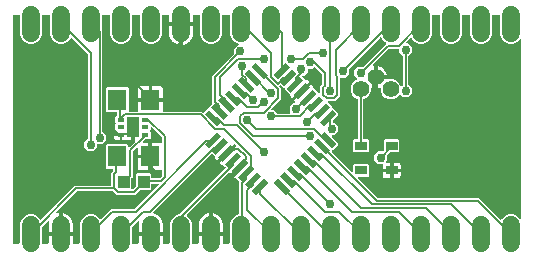
<source format=gbr>
G04 EAGLE Gerber RS-274X export*
G75*
%MOMM*%
%FSLAX34Y34*%
%LPD*%
%INTop Copper*%
%IPPOS*%
%AMOC8*
5,1,8,0,0,1.08239X$1,22.5*%
G01*
%ADD10R,1.600000X1.800000*%
%ADD11C,1.408000*%
%ADD12R,0.600000X0.350000*%
%ADD13R,1.100000X1.700000*%
%ADD14C,1.524000*%
%ADD15R,1.000000X1.100000*%
%ADD16R,0.508000X1.473200*%
%ADD17R,1.000000X0.800000*%
%ADD18C,0.152400*%
%ADD19C,0.756400*%

G36*
X423314Y37512D02*
X423314Y37512D01*
X423391Y37514D01*
X423434Y37529D01*
X423480Y37536D01*
X423549Y37571D01*
X423622Y37598D01*
X423658Y37627D01*
X423699Y37648D01*
X423754Y37703D01*
X423814Y37752D01*
X423839Y37791D01*
X423871Y37823D01*
X423937Y37943D01*
X423947Y37959D01*
X423949Y37964D01*
X423952Y37970D01*
X424047Y38200D01*
X426620Y40773D01*
X429981Y42165D01*
X433619Y42165D01*
X436980Y40773D01*
X439540Y38213D01*
X439598Y38171D01*
X439650Y38122D01*
X439697Y38100D01*
X439739Y38069D01*
X439808Y38048D01*
X439873Y38018D01*
X439925Y38012D01*
X439975Y37997D01*
X440046Y37999D01*
X440117Y37991D01*
X440168Y38002D01*
X440220Y38003D01*
X440288Y38028D01*
X440358Y38043D01*
X440403Y38070D01*
X440451Y38088D01*
X440507Y38133D01*
X440569Y38169D01*
X440603Y38209D01*
X440643Y38241D01*
X440682Y38302D01*
X440729Y38356D01*
X440748Y38405D01*
X440776Y38448D01*
X440794Y38518D01*
X440821Y38584D01*
X440829Y38656D01*
X440837Y38687D01*
X440835Y38710D01*
X440839Y38751D01*
X440839Y189249D01*
X440828Y189320D01*
X440826Y189391D01*
X440808Y189440D01*
X440800Y189492D01*
X440766Y189555D01*
X440741Y189622D01*
X440709Y189663D01*
X440684Y189709D01*
X440632Y189758D01*
X440588Y189814D01*
X440544Y189843D01*
X440506Y189878D01*
X440441Y189909D01*
X440381Y189947D01*
X440330Y189960D01*
X440283Y189982D01*
X440212Y189990D01*
X440142Y190007D01*
X440090Y190003D01*
X440039Y190009D01*
X439968Y189994D01*
X439897Y189988D01*
X439849Y189968D01*
X439798Y189957D01*
X439737Y189920D01*
X439671Y189892D01*
X439615Y189847D01*
X439587Y189831D01*
X439572Y189813D01*
X439540Y189787D01*
X437380Y187627D01*
X434019Y186235D01*
X430381Y186235D01*
X427020Y187627D01*
X424447Y190200D01*
X423055Y193561D01*
X423055Y210078D01*
X423052Y210098D01*
X423054Y210117D01*
X423032Y210219D01*
X423016Y210321D01*
X423006Y210338D01*
X423002Y210358D01*
X422949Y210447D01*
X422900Y210538D01*
X422886Y210552D01*
X422876Y210569D01*
X422797Y210636D01*
X422722Y210708D01*
X422704Y210716D01*
X422689Y210729D01*
X422593Y210768D01*
X422499Y210811D01*
X422479Y210813D01*
X422461Y210821D01*
X422294Y210839D01*
X416706Y210839D01*
X416686Y210836D01*
X416667Y210838D01*
X416565Y210816D01*
X416463Y210800D01*
X416446Y210790D01*
X416426Y210786D01*
X416337Y210733D01*
X416246Y210684D01*
X416232Y210670D01*
X416215Y210660D01*
X416148Y210581D01*
X416076Y210506D01*
X416068Y210488D01*
X416055Y210473D01*
X416016Y210377D01*
X415973Y210283D01*
X415971Y210263D01*
X415963Y210245D01*
X415945Y210078D01*
X415945Y193561D01*
X414553Y190200D01*
X411980Y187627D01*
X408619Y186235D01*
X404981Y186235D01*
X401620Y187627D01*
X399047Y190200D01*
X397655Y193561D01*
X397655Y210078D01*
X397652Y210098D01*
X397654Y210117D01*
X397632Y210219D01*
X397616Y210321D01*
X397606Y210338D01*
X397602Y210358D01*
X397549Y210447D01*
X397500Y210538D01*
X397486Y210552D01*
X397476Y210569D01*
X397397Y210636D01*
X397322Y210708D01*
X397304Y210716D01*
X397289Y210729D01*
X397193Y210768D01*
X397099Y210811D01*
X397079Y210813D01*
X397061Y210821D01*
X396894Y210839D01*
X391306Y210839D01*
X391286Y210836D01*
X391267Y210838D01*
X391165Y210816D01*
X391063Y210800D01*
X391046Y210790D01*
X391026Y210786D01*
X390937Y210733D01*
X390846Y210684D01*
X390832Y210670D01*
X390815Y210660D01*
X390748Y210581D01*
X390676Y210506D01*
X390668Y210488D01*
X390655Y210473D01*
X390616Y210377D01*
X390573Y210283D01*
X390571Y210263D01*
X390563Y210245D01*
X390545Y210078D01*
X390545Y193561D01*
X389153Y190200D01*
X386580Y187627D01*
X383219Y186235D01*
X379581Y186235D01*
X376220Y187627D01*
X373647Y190200D01*
X372255Y193561D01*
X372255Y210078D01*
X372252Y210098D01*
X372254Y210117D01*
X372232Y210219D01*
X372216Y210321D01*
X372206Y210338D01*
X372202Y210358D01*
X372149Y210447D01*
X372100Y210538D01*
X372086Y210552D01*
X372076Y210569D01*
X371997Y210636D01*
X371922Y210708D01*
X371904Y210716D01*
X371889Y210729D01*
X371793Y210768D01*
X371699Y210811D01*
X371679Y210813D01*
X371661Y210821D01*
X371494Y210839D01*
X365906Y210839D01*
X365886Y210836D01*
X365867Y210838D01*
X365765Y210816D01*
X365663Y210800D01*
X365646Y210790D01*
X365626Y210786D01*
X365537Y210733D01*
X365446Y210684D01*
X365432Y210670D01*
X365415Y210660D01*
X365348Y210581D01*
X365276Y210506D01*
X365268Y210488D01*
X365255Y210473D01*
X365216Y210377D01*
X365173Y210283D01*
X365171Y210263D01*
X365163Y210245D01*
X365145Y210078D01*
X365145Y193561D01*
X363753Y190200D01*
X361180Y187627D01*
X357819Y186235D01*
X354181Y186235D01*
X350820Y187627D01*
X348247Y190200D01*
X347977Y190854D01*
X347952Y190893D01*
X347937Y190936D01*
X347888Y190997D01*
X347847Y191063D01*
X347812Y191092D01*
X347783Y191128D01*
X347717Y191170D01*
X347657Y191220D01*
X347615Y191236D01*
X347576Y191261D01*
X347500Y191280D01*
X347428Y191308D01*
X347382Y191310D01*
X347337Y191321D01*
X347260Y191315D01*
X347182Y191319D01*
X347138Y191306D01*
X347092Y191302D01*
X347021Y191272D01*
X346946Y191250D01*
X346908Y191224D01*
X346866Y191206D01*
X346759Y191120D01*
X346744Y191110D01*
X346741Y191106D01*
X346735Y191101D01*
X343596Y187962D01*
X343554Y187904D01*
X343505Y187852D01*
X343483Y187805D01*
X343453Y187763D01*
X343432Y187694D01*
X343401Y187629D01*
X343396Y187577D01*
X343380Y187527D01*
X343382Y187456D01*
X343374Y187385D01*
X343385Y187334D01*
X343387Y187282D01*
X343411Y187214D01*
X343426Y187144D01*
X343453Y187099D01*
X343471Y187051D01*
X343516Y186995D01*
X343553Y186933D01*
X343592Y186899D01*
X343625Y186859D01*
X343685Y186820D01*
X343740Y186773D01*
X343788Y186754D01*
X343832Y186726D01*
X343901Y186708D01*
X343968Y186681D01*
X344039Y186673D01*
X344070Y186665D01*
X344094Y186667D01*
X344134Y186663D01*
X345098Y186663D01*
X348207Y183554D01*
X348207Y179158D01*
X345410Y176361D01*
X345357Y176287D01*
X345297Y176217D01*
X345285Y176187D01*
X345266Y176161D01*
X345239Y176074D01*
X345205Y175989D01*
X345201Y175948D01*
X345194Y175926D01*
X345195Y175894D01*
X345187Y175823D01*
X345187Y151837D01*
X345202Y151747D01*
X345209Y151656D01*
X345221Y151627D01*
X345226Y151595D01*
X345269Y151514D01*
X345305Y151430D01*
X345331Y151398D01*
X345342Y151377D01*
X345365Y151355D01*
X345410Y151299D01*
X348207Y148502D01*
X348207Y144106D01*
X345098Y140997D01*
X340702Y140997D01*
X338494Y143205D01*
X338478Y143217D01*
X338465Y143232D01*
X338378Y143288D01*
X338294Y143349D01*
X338275Y143354D01*
X338259Y143365D01*
X338158Y143391D01*
X338059Y143421D01*
X338039Y143420D01*
X338020Y143425D01*
X337917Y143417D01*
X337813Y143415D01*
X337795Y143408D01*
X337775Y143406D01*
X337680Y143366D01*
X337582Y143330D01*
X337567Y143318D01*
X337548Y143310D01*
X337417Y143205D01*
X335052Y140839D01*
X331904Y139535D01*
X328496Y139535D01*
X325348Y140839D01*
X322939Y143248D01*
X321635Y146396D01*
X321635Y148322D01*
X321633Y148338D01*
X321635Y148354D01*
X321613Y148459D01*
X321596Y148565D01*
X321588Y148579D01*
X321585Y148595D01*
X321531Y148688D01*
X321480Y148782D01*
X321469Y148793D01*
X321461Y148807D01*
X321380Y148878D01*
X321302Y148952D01*
X321288Y148958D01*
X321276Y148969D01*
X321176Y149010D01*
X321079Y149055D01*
X321063Y149057D01*
X321048Y149063D01*
X320941Y149070D01*
X320835Y149082D01*
X320819Y149079D01*
X320803Y149080D01*
X320639Y149046D01*
X319743Y148755D01*
X319023Y148641D01*
X319023Y156577D01*
X327427Y156577D01*
X327481Y156537D01*
X327498Y156531D01*
X327513Y156521D01*
X327614Y156493D01*
X327715Y156460D01*
X327733Y156461D01*
X327750Y156456D01*
X327855Y156462D01*
X327961Y156463D01*
X327982Y156469D01*
X327996Y156470D01*
X328025Y156482D01*
X328122Y156510D01*
X328496Y156665D01*
X331904Y156665D01*
X335052Y155361D01*
X337461Y152952D01*
X338367Y150764D01*
X338391Y150725D01*
X338407Y150682D01*
X338455Y150621D01*
X338496Y150555D01*
X338532Y150526D01*
X338560Y150490D01*
X338626Y150448D01*
X338686Y150398D01*
X338729Y150382D01*
X338767Y150357D01*
X338843Y150338D01*
X338916Y150310D01*
X338961Y150308D01*
X339006Y150297D01*
X339083Y150303D01*
X339161Y150300D01*
X339205Y150313D01*
X339251Y150316D01*
X339323Y150347D01*
X339398Y150368D01*
X339435Y150394D01*
X339477Y150412D01*
X339584Y150498D01*
X339600Y150509D01*
X339603Y150513D01*
X339608Y150517D01*
X340390Y151299D01*
X340443Y151373D01*
X340503Y151443D01*
X340515Y151473D01*
X340534Y151499D01*
X340561Y151586D01*
X340595Y151671D01*
X340599Y151712D01*
X340606Y151734D01*
X340605Y151766D01*
X340613Y151837D01*
X340613Y175823D01*
X340599Y175913D01*
X340591Y176004D01*
X340579Y176033D01*
X340574Y176065D01*
X340531Y176146D01*
X340495Y176230D01*
X340469Y176262D01*
X340458Y176283D01*
X340435Y176305D01*
X340390Y176361D01*
X337593Y179158D01*
X337593Y181356D01*
X337590Y181376D01*
X337592Y181395D01*
X337570Y181497D01*
X337554Y181599D01*
X337544Y181616D01*
X337540Y181636D01*
X337487Y181725D01*
X337438Y181816D01*
X337424Y181830D01*
X337414Y181847D01*
X337335Y181914D01*
X337260Y181986D01*
X337242Y181994D01*
X337227Y182007D01*
X337131Y182046D01*
X337037Y182089D01*
X337017Y182091D01*
X336999Y182099D01*
X336832Y182117D01*
X328923Y182117D01*
X328832Y182103D01*
X328742Y182095D01*
X328712Y182083D01*
X328680Y182078D01*
X328599Y182035D01*
X328515Y181999D01*
X328483Y181973D01*
X328462Y181962D01*
X328440Y181939D01*
X328384Y181894D01*
X315343Y168853D01*
X315338Y168846D01*
X315332Y168841D01*
X315266Y168746D01*
X315199Y168653D01*
X315197Y168645D01*
X315192Y168639D01*
X315161Y168528D01*
X315127Y168418D01*
X315127Y168410D01*
X315125Y168402D01*
X315130Y168288D01*
X315133Y168172D01*
X315136Y168165D01*
X315136Y168157D01*
X315178Y168050D01*
X315218Y167941D01*
X315223Y167935D01*
X315225Y167927D01*
X315299Y167839D01*
X315371Y167749D01*
X315378Y167745D01*
X315383Y167739D01*
X315481Y167678D01*
X315578Y167616D01*
X315586Y167614D01*
X315593Y167610D01*
X315705Y167584D01*
X315817Y167556D01*
X315825Y167557D01*
X315832Y167555D01*
X315977Y167561D01*
X315977Y158862D01*
X315980Y158842D01*
X315978Y158823D01*
X316000Y158721D01*
X316017Y158619D01*
X316026Y158602D01*
X316030Y158582D01*
X316083Y158493D01*
X316132Y158402D01*
X316146Y158388D01*
X316156Y158371D01*
X316235Y158304D01*
X316310Y158233D01*
X316328Y158224D01*
X316343Y158211D01*
X316439Y158173D01*
X316533Y158129D01*
X316553Y158127D01*
X316571Y158119D01*
X316738Y158101D01*
X317501Y158101D01*
X317501Y158099D01*
X316738Y158099D01*
X316718Y158096D01*
X316699Y158098D01*
X316597Y158076D01*
X316495Y158059D01*
X316478Y158050D01*
X316458Y158046D01*
X316369Y157993D01*
X316278Y157944D01*
X316264Y157930D01*
X316247Y157920D01*
X316180Y157841D01*
X316109Y157766D01*
X316100Y157748D01*
X316087Y157733D01*
X316048Y157637D01*
X316005Y157543D01*
X316003Y157523D01*
X315995Y157505D01*
X315977Y157338D01*
X315977Y148641D01*
X315257Y148755D01*
X314361Y149046D01*
X314345Y149048D01*
X314331Y149055D01*
X314225Y149067D01*
X314118Y149083D01*
X314102Y149081D01*
X314087Y149082D01*
X313982Y149060D01*
X313876Y149041D01*
X313862Y149033D01*
X313846Y149030D01*
X313754Y148975D01*
X313660Y148924D01*
X313649Y148912D01*
X313635Y148904D01*
X313565Y148823D01*
X313492Y148744D01*
X313486Y148729D01*
X313475Y148717D01*
X313435Y148617D01*
X313391Y148519D01*
X313389Y148504D01*
X313383Y148489D01*
X313365Y148322D01*
X313365Y146396D01*
X312061Y143248D01*
X309652Y140839D01*
X307557Y139971D01*
X307457Y139910D01*
X307357Y139850D01*
X307353Y139845D01*
X307348Y139842D01*
X307273Y139751D01*
X307197Y139663D01*
X307195Y139657D01*
X307191Y139652D01*
X307149Y139544D01*
X307105Y139435D01*
X307104Y139427D01*
X307103Y139423D01*
X307102Y139404D01*
X307087Y139268D01*
X307087Y106386D01*
X307090Y106366D01*
X307088Y106347D01*
X307110Y106245D01*
X307126Y106143D01*
X307136Y106126D01*
X307140Y106106D01*
X307193Y106017D01*
X307242Y105926D01*
X307256Y105912D01*
X307266Y105895D01*
X307345Y105828D01*
X307420Y105756D01*
X307438Y105748D01*
X307453Y105735D01*
X307549Y105696D01*
X307643Y105653D01*
X307663Y105651D01*
X307681Y105643D01*
X307848Y105625D01*
X310732Y105625D01*
X311625Y104732D01*
X311625Y95468D01*
X310732Y94575D01*
X299468Y94575D01*
X298575Y95468D01*
X298575Y104732D01*
X299468Y105625D01*
X301752Y105625D01*
X301772Y105628D01*
X301791Y105626D01*
X301893Y105648D01*
X301995Y105664D01*
X302012Y105674D01*
X302032Y105678D01*
X302121Y105731D01*
X302212Y105780D01*
X302226Y105794D01*
X302243Y105804D01*
X302310Y105883D01*
X302382Y105958D01*
X302390Y105976D01*
X302403Y105991D01*
X302442Y106087D01*
X302485Y106181D01*
X302487Y106201D01*
X302495Y106219D01*
X302513Y106386D01*
X302513Y139268D01*
X302494Y139383D01*
X302477Y139499D01*
X302475Y139505D01*
X302474Y139511D01*
X302419Y139614D01*
X302366Y139718D01*
X302361Y139723D01*
X302358Y139728D01*
X302274Y139808D01*
X302190Y139891D01*
X302184Y139894D01*
X302180Y139898D01*
X302163Y139905D01*
X302043Y139971D01*
X299948Y140839D01*
X297539Y143248D01*
X296235Y146396D01*
X296235Y149804D01*
X297539Y152952D01*
X299948Y155361D01*
X301392Y155959D01*
X301431Y155983D01*
X301474Y155999D01*
X301535Y156047D01*
X301601Y156088D01*
X301630Y156124D01*
X301666Y156152D01*
X301708Y156218D01*
X301758Y156278D01*
X301774Y156321D01*
X301799Y156359D01*
X301818Y156435D01*
X301846Y156507D01*
X301848Y156553D01*
X301859Y156598D01*
X301853Y156675D01*
X301856Y156753D01*
X301844Y156797D01*
X301840Y156843D01*
X301810Y156915D01*
X301788Y156989D01*
X301762Y157027D01*
X301744Y157069D01*
X301658Y157176D01*
X301648Y157191D01*
X301644Y157194D01*
X301639Y157200D01*
X299493Y159346D01*
X299493Y163742D01*
X302602Y166851D01*
X306557Y166851D01*
X306648Y166865D01*
X306738Y166873D01*
X306768Y166885D01*
X306800Y166890D01*
X306881Y166933D01*
X306965Y166969D01*
X306997Y166995D01*
X307018Y167006D01*
X307040Y167029D01*
X307096Y167074D01*
X325150Y185128D01*
X326191Y186169D01*
X326218Y186206D01*
X326252Y186237D01*
X326289Y186305D01*
X326334Y186369D01*
X326348Y186412D01*
X326370Y186453D01*
X326384Y186529D01*
X326407Y186604D01*
X326406Y186650D01*
X326414Y186695D01*
X326402Y186772D01*
X326400Y186850D01*
X326385Y186893D01*
X326378Y186938D01*
X326343Y187007D01*
X326316Y187081D01*
X326287Y187116D01*
X326267Y187157D01*
X326211Y187212D01*
X326162Y187273D01*
X326124Y187297D01*
X326091Y187330D01*
X325971Y187396D01*
X325955Y187406D01*
X325951Y187407D01*
X325944Y187410D01*
X325420Y187627D01*
X322847Y190200D01*
X322428Y191213D01*
X322404Y191252D01*
X322388Y191295D01*
X322339Y191356D01*
X322298Y191422D01*
X322263Y191452D01*
X322234Y191487D01*
X322169Y191529D01*
X322109Y191579D01*
X322066Y191596D01*
X322027Y191620D01*
X321952Y191639D01*
X321879Y191667D01*
X321833Y191669D01*
X321789Y191680D01*
X321711Y191674D01*
X321633Y191678D01*
X321589Y191665D01*
X321543Y191661D01*
X321472Y191631D01*
X321397Y191609D01*
X321359Y191583D01*
X321317Y191565D01*
X321210Y191480D01*
X321195Y191469D01*
X321192Y191465D01*
X321186Y191460D01*
X295090Y165364D01*
X295045Y165302D01*
X295016Y165271D01*
X295011Y165260D01*
X294977Y165220D01*
X294965Y165190D01*
X294946Y165164D01*
X294919Y165077D01*
X294885Y164992D01*
X294881Y164951D01*
X294874Y164929D01*
X294875Y164897D01*
X294867Y164825D01*
X294867Y160870D01*
X291758Y157761D01*
X288036Y157761D01*
X288016Y157758D01*
X287997Y157760D01*
X287895Y157738D01*
X287793Y157722D01*
X287776Y157712D01*
X287756Y157708D01*
X287667Y157655D01*
X287576Y157606D01*
X287562Y157592D01*
X287545Y157582D01*
X287478Y157503D01*
X287406Y157428D01*
X287398Y157410D01*
X287385Y157395D01*
X287346Y157299D01*
X287303Y157205D01*
X287301Y157185D01*
X287293Y157167D01*
X287275Y157000D01*
X287275Y142309D01*
X282887Y137921D01*
X277582Y137921D01*
X277511Y137910D01*
X277439Y137908D01*
X277391Y137890D01*
X277339Y137882D01*
X277276Y137848D01*
X277208Y137823D01*
X277168Y137791D01*
X277122Y137766D01*
X277072Y137714D01*
X277016Y137670D01*
X276988Y137626D01*
X276952Y137588D01*
X276922Y137523D01*
X276883Y137463D01*
X276871Y137412D01*
X276849Y137365D01*
X276841Y137294D01*
X276823Y137224D01*
X276827Y137172D01*
X276822Y137121D01*
X276837Y137050D01*
X276843Y136979D01*
X276863Y136931D01*
X276874Y136880D01*
X276911Y136819D01*
X276939Y136753D01*
X276984Y136697D01*
X277000Y136669D01*
X277018Y136654D01*
X277044Y136622D01*
X280414Y133251D01*
X280414Y132930D01*
X280417Y132910D01*
X280415Y132891D01*
X280437Y132789D01*
X280454Y132687D01*
X280463Y132670D01*
X280467Y132650D01*
X280521Y132561D01*
X280569Y132470D01*
X280583Y132456D01*
X280594Y132439D01*
X280672Y132372D01*
X280747Y132301D01*
X280765Y132292D01*
X280781Y132279D01*
X280877Y132240D01*
X280970Y132197D01*
X280990Y132195D01*
X281009Y132187D01*
X281175Y132169D01*
X281497Y132169D01*
X285982Y127683D01*
X285982Y126420D01*
X281402Y121840D01*
X281349Y121766D01*
X281289Y121697D01*
X281277Y121667D01*
X281258Y121640D01*
X281231Y121553D01*
X281197Y121469D01*
X281193Y121428D01*
X281186Y121405D01*
X281187Y121373D01*
X281179Y121302D01*
X281179Y120368D01*
X281182Y120348D01*
X281180Y120329D01*
X281202Y120227D01*
X281218Y120125D01*
X281228Y120108D01*
X281232Y120088D01*
X281285Y119999D01*
X281334Y119908D01*
X281348Y119894D01*
X281358Y119877D01*
X281437Y119810D01*
X281512Y119738D01*
X281530Y119730D01*
X281545Y119717D01*
X281641Y119678D01*
X281735Y119635D01*
X281755Y119633D01*
X281773Y119625D01*
X281940Y119607D01*
X282614Y119607D01*
X285723Y116498D01*
X285723Y112102D01*
X282614Y108993D01*
X281006Y108993D01*
X280935Y108982D01*
X280864Y108980D01*
X280815Y108962D01*
X280763Y108954D01*
X280700Y108920D01*
X280633Y108895D01*
X280592Y108863D01*
X280546Y108838D01*
X280497Y108786D01*
X280441Y108742D01*
X280412Y108698D01*
X280377Y108660D01*
X280346Y108595D01*
X280308Y108535D01*
X280295Y108484D01*
X280273Y108437D01*
X280265Y108366D01*
X280248Y108296D01*
X280252Y108244D01*
X280246Y108193D01*
X280261Y108122D01*
X280267Y108051D01*
X280287Y108003D01*
X280298Y107952D01*
X280335Y107891D01*
X280363Y107825D01*
X280408Y107769D01*
X280424Y107741D01*
X280442Y107726D01*
X280468Y107694D01*
X285982Y102180D01*
X285982Y100916D01*
X281497Y96431D01*
X281175Y96431D01*
X281156Y96428D01*
X281136Y96430D01*
X281035Y96408D01*
X280933Y96391D01*
X280915Y96382D01*
X280896Y96378D01*
X280807Y96325D01*
X280715Y96276D01*
X280702Y96262D01*
X280684Y96252D01*
X280617Y96173D01*
X280546Y96098D01*
X280538Y96080D01*
X280525Y96065D01*
X280486Y95969D01*
X280442Y95875D01*
X280440Y95855D01*
X280433Y95837D01*
X280414Y95670D01*
X280414Y95162D01*
X280400Y95116D01*
X280401Y95096D01*
X280396Y95076D01*
X280404Y94974D01*
X280406Y94870D01*
X280413Y94851D01*
X280415Y94831D01*
X280455Y94736D01*
X280491Y94639D01*
X280503Y94624D01*
X280511Y94605D01*
X280616Y94474D01*
X297276Y77814D01*
X297334Y77772D01*
X297386Y77723D01*
X297433Y77701D01*
X297475Y77671D01*
X297544Y77650D01*
X297609Y77619D01*
X297661Y77614D01*
X297711Y77598D01*
X297782Y77600D01*
X297853Y77592D01*
X297904Y77603D01*
X297956Y77605D01*
X298024Y77629D01*
X298094Y77644D01*
X298139Y77671D01*
X298187Y77689D01*
X298243Y77734D01*
X298305Y77771D01*
X298339Y77810D01*
X298379Y77843D01*
X298418Y77903D01*
X298465Y77958D01*
X298484Y78006D01*
X298512Y78050D01*
X298530Y78119D01*
X298557Y78186D01*
X298565Y78257D01*
X298573Y78288D01*
X298571Y78312D01*
X298575Y78352D01*
X298575Y83732D01*
X299468Y84625D01*
X310732Y84625D01*
X311625Y83732D01*
X311625Y74468D01*
X310732Y73575D01*
X303352Y73575D01*
X303282Y73564D01*
X303210Y73562D01*
X303161Y73544D01*
X303110Y73536D01*
X303046Y73502D01*
X302979Y73477D01*
X302938Y73445D01*
X302892Y73420D01*
X302843Y73368D01*
X302787Y73324D01*
X302759Y73280D01*
X302723Y73242D01*
X302693Y73177D01*
X302654Y73117D01*
X302641Y73066D01*
X302619Y73019D01*
X302611Y72948D01*
X302594Y72878D01*
X302598Y72826D01*
X302592Y72775D01*
X302607Y72704D01*
X302613Y72633D01*
X302633Y72585D01*
X302644Y72534D01*
X302681Y72473D01*
X302709Y72407D01*
X302754Y72351D01*
X302771Y72323D01*
X302788Y72308D01*
X302814Y72276D01*
X319240Y55850D01*
X319314Y55797D01*
X319384Y55737D01*
X319414Y55725D01*
X319440Y55706D01*
X319527Y55679D01*
X319612Y55645D01*
X319653Y55641D01*
X319675Y55634D01*
X319707Y55635D01*
X319779Y55627D01*
X404807Y55627D01*
X422711Y37723D01*
X422748Y37696D01*
X422779Y37663D01*
X422847Y37625D01*
X422910Y37580D01*
X422954Y37566D01*
X422995Y37544D01*
X423071Y37530D01*
X423145Y37507D01*
X423191Y37509D01*
X423237Y37500D01*
X423314Y37512D01*
G37*
G36*
X15514Y17164D02*
X15514Y17164D01*
X15533Y17162D01*
X15635Y17184D01*
X15737Y17200D01*
X15754Y17210D01*
X15774Y17214D01*
X15863Y17267D01*
X15954Y17316D01*
X15968Y17330D01*
X15985Y17340D01*
X16052Y17419D01*
X16124Y17494D01*
X16132Y17512D01*
X16145Y17527D01*
X16184Y17623D01*
X16227Y17717D01*
X16229Y17737D01*
X16237Y17755D01*
X16255Y17922D01*
X16255Y34839D01*
X17647Y38200D01*
X20220Y40773D01*
X23581Y42165D01*
X27219Y42165D01*
X30580Y40773D01*
X33153Y38200D01*
X33248Y37970D01*
X33272Y37931D01*
X33288Y37888D01*
X33336Y37827D01*
X33377Y37761D01*
X33413Y37732D01*
X33441Y37696D01*
X33507Y37654D01*
X33567Y37604D01*
X33610Y37588D01*
X33648Y37563D01*
X33724Y37544D01*
X33796Y37516D01*
X33842Y37514D01*
X33887Y37503D01*
X33964Y37509D01*
X34042Y37506D01*
X34086Y37519D01*
X34132Y37522D01*
X34204Y37553D01*
X34278Y37574D01*
X34316Y37600D01*
X34358Y37618D01*
X34465Y37704D01*
X34480Y37715D01*
X34483Y37719D01*
X34489Y37723D01*
X63061Y66295D01*
X92964Y66295D01*
X92984Y66298D01*
X93003Y66296D01*
X93105Y66318D01*
X93207Y66334D01*
X93224Y66344D01*
X93244Y66348D01*
X93333Y66401D01*
X93424Y66450D01*
X93438Y66464D01*
X93455Y66474D01*
X93522Y66553D01*
X93594Y66628D01*
X93602Y66646D01*
X93615Y66661D01*
X93654Y66757D01*
X93697Y66851D01*
X93699Y66871D01*
X93707Y66889D01*
X93725Y67056D01*
X93725Y77147D01*
X95026Y78448D01*
X95079Y78522D01*
X95139Y78592D01*
X95151Y78622D01*
X95170Y78648D01*
X95197Y78735D01*
X95231Y78820D01*
X95235Y78861D01*
X95242Y78883D01*
X95241Y78915D01*
X95249Y78987D01*
X95249Y79614D01*
X95248Y79621D01*
X95248Y79623D01*
X95247Y79630D01*
X95246Y79634D01*
X95248Y79653D01*
X95226Y79755D01*
X95210Y79857D01*
X95200Y79874D01*
X95196Y79894D01*
X95143Y79983D01*
X95094Y80074D01*
X95080Y80088D01*
X95070Y80105D01*
X94991Y80172D01*
X94916Y80244D01*
X94898Y80252D01*
X94883Y80265D01*
X94787Y80304D01*
X94693Y80347D01*
X94673Y80349D01*
X94655Y80357D01*
X94488Y80375D01*
X89968Y80375D01*
X89075Y81268D01*
X89075Y100532D01*
X89968Y101425D01*
X107232Y101425D01*
X108125Y100532D01*
X108125Y99480D01*
X108136Y99410D01*
X108138Y99338D01*
X108156Y99289D01*
X108164Y99238D01*
X108198Y99174D01*
X108223Y99107D01*
X108255Y99066D01*
X108280Y99020D01*
X108331Y98971D01*
X108376Y98915D01*
X108420Y98887D01*
X108458Y98851D01*
X108523Y98821D01*
X108583Y98782D01*
X108634Y98769D01*
X108681Y98747D01*
X108752Y98739D01*
X108822Y98722D01*
X108874Y98726D01*
X108925Y98720D01*
X108996Y98735D01*
X109067Y98741D01*
X109115Y98761D01*
X109166Y98772D01*
X109227Y98809D01*
X109293Y98837D01*
X109349Y98882D01*
X109377Y98899D01*
X109392Y98916D01*
X109424Y98942D01*
X113842Y103360D01*
X113884Y103418D01*
X113933Y103470D01*
X113955Y103517D01*
X113985Y103559D01*
X114006Y103628D01*
X114037Y103693D01*
X114042Y103745D01*
X114058Y103795D01*
X114056Y103866D01*
X114064Y103937D01*
X114053Y103988D01*
X114051Y104040D01*
X114027Y104108D01*
X114012Y104178D01*
X113985Y104222D01*
X113967Y104271D01*
X113922Y104327D01*
X113885Y104389D01*
X113846Y104423D01*
X113813Y104463D01*
X113753Y104502D01*
X113698Y104549D01*
X113650Y104568D01*
X113606Y104596D01*
X113537Y104614D01*
X113523Y104619D01*
X113523Y114938D01*
X113520Y114958D01*
X113522Y114977D01*
X113500Y115079D01*
X113483Y115181D01*
X113474Y115198D01*
X113470Y115218D01*
X113417Y115307D01*
X113368Y115398D01*
X113354Y115412D01*
X113344Y115429D01*
X113265Y115496D01*
X113190Y115567D01*
X113172Y115576D01*
X113157Y115589D01*
X113061Y115628D01*
X112967Y115671D01*
X112947Y115673D01*
X112929Y115681D01*
X112762Y115699D01*
X111238Y115699D01*
X111218Y115696D01*
X111199Y115698D01*
X111097Y115676D01*
X110995Y115659D01*
X110978Y115650D01*
X110958Y115646D01*
X110869Y115593D01*
X110778Y115544D01*
X110764Y115530D01*
X110747Y115520D01*
X110680Y115441D01*
X110609Y115366D01*
X110600Y115348D01*
X110587Y115333D01*
X110548Y115237D01*
X110505Y115143D01*
X110503Y115123D01*
X110495Y115105D01*
X110477Y114938D01*
X110477Y104659D01*
X106166Y104659D01*
X105519Y104832D01*
X105484Y104853D01*
X105399Y104885D01*
X105317Y104924D01*
X105285Y104928D01*
X105254Y104940D01*
X105163Y104943D01*
X105072Y104954D01*
X105032Y104948D01*
X105009Y104949D01*
X104978Y104939D01*
X104907Y104929D01*
X104834Y104909D01*
X102374Y104909D01*
X102374Y109087D01*
X102371Y109106D01*
X102373Y109126D01*
X102351Y109228D01*
X102335Y109330D01*
X102325Y109347D01*
X102321Y109367D01*
X102268Y109456D01*
X102219Y109547D01*
X102205Y109561D01*
X102195Y109578D01*
X102116Y109645D01*
X102041Y109716D01*
X102023Y109725D01*
X102015Y109731D01*
X101993Y109773D01*
X101979Y109787D01*
X101969Y109804D01*
X101890Y109871D01*
X101815Y109943D01*
X101797Y109951D01*
X101782Y109964D01*
X101685Y110003D01*
X101592Y110046D01*
X101572Y110048D01*
X101554Y110056D01*
X101387Y110074D01*
X95959Y110074D01*
X95959Y111284D01*
X96132Y111931D01*
X96467Y112510D01*
X96752Y112795D01*
X96805Y112869D01*
X96865Y112939D01*
X96877Y112969D01*
X96896Y112995D01*
X96923Y113082D01*
X96957Y113167D01*
X96961Y113208D01*
X96968Y113230D01*
X96967Y113262D01*
X96975Y113334D01*
X96975Y118082D01*
X97305Y118412D01*
X97317Y118428D01*
X97333Y118440D01*
X97389Y118527D01*
X97449Y118611D01*
X97455Y118630D01*
X97466Y118647D01*
X97491Y118748D01*
X97521Y118847D01*
X97521Y118866D01*
X97526Y118886D01*
X97518Y118989D01*
X97515Y119092D01*
X97508Y119111D01*
X97507Y119131D01*
X97466Y119226D01*
X97431Y119323D01*
X97418Y119339D01*
X97410Y119357D01*
X97305Y119488D01*
X96975Y119818D01*
X96975Y124582D01*
X98074Y125681D01*
X98127Y125755D01*
X98187Y125824D01*
X98199Y125854D01*
X98218Y125880D01*
X98245Y125967D01*
X98279Y126052D01*
X98283Y126093D01*
X98290Y126115D01*
X98289Y126148D01*
X98297Y126219D01*
X98297Y127614D01*
X98294Y127634D01*
X98296Y127653D01*
X98274Y127755D01*
X98258Y127857D01*
X98248Y127874D01*
X98244Y127894D01*
X98191Y127983D01*
X98142Y128074D01*
X98128Y128088D01*
X98118Y128105D01*
X98039Y128172D01*
X97964Y128244D01*
X97946Y128252D01*
X97931Y128265D01*
X97835Y128304D01*
X97741Y128347D01*
X97721Y128349D01*
X97703Y128357D01*
X97536Y128375D01*
X90168Y128375D01*
X89275Y129268D01*
X89275Y148532D01*
X90168Y149425D01*
X107432Y149425D01*
X108325Y148532D01*
X108325Y129540D01*
X108328Y129520D01*
X108326Y129501D01*
X108348Y129399D01*
X108364Y129297D01*
X108374Y129280D01*
X108378Y129260D01*
X108431Y129171D01*
X108480Y129080D01*
X108494Y129066D01*
X108504Y129049D01*
X108583Y128982D01*
X108658Y128910D01*
X108676Y128902D01*
X108691Y128889D01*
X108787Y128850D01*
X108881Y128807D01*
X108901Y128805D01*
X108919Y128797D01*
X109086Y128779D01*
X115498Y128779D01*
X115518Y128782D01*
X115537Y128780D01*
X115639Y128802D01*
X115741Y128818D01*
X115758Y128828D01*
X115778Y128832D01*
X115867Y128885D01*
X115958Y128934D01*
X115972Y128948D01*
X115989Y128958D01*
X116056Y129037D01*
X116128Y129112D01*
X116136Y129130D01*
X116149Y129145D01*
X116188Y129241D01*
X116231Y129335D01*
X116233Y129355D01*
X116241Y129373D01*
X116259Y129540D01*
X116259Y137377D01*
X126038Y137377D01*
X126058Y137380D01*
X126077Y137378D01*
X126179Y137400D01*
X126281Y137417D01*
X126298Y137426D01*
X126318Y137430D01*
X126407Y137483D01*
X126498Y137532D01*
X126512Y137546D01*
X126529Y137556D01*
X126596Y137635D01*
X126667Y137710D01*
X126676Y137728D01*
X126689Y137743D01*
X126728Y137839D01*
X126771Y137933D01*
X126773Y137953D01*
X126781Y137971D01*
X126799Y138138D01*
X126799Y138901D01*
X126801Y138901D01*
X126801Y138138D01*
X126804Y138118D01*
X126802Y138099D01*
X126824Y137997D01*
X126841Y137895D01*
X126850Y137878D01*
X126854Y137858D01*
X126907Y137769D01*
X126956Y137678D01*
X126970Y137664D01*
X126980Y137647D01*
X127059Y137580D01*
X127134Y137509D01*
X127152Y137500D01*
X127167Y137487D01*
X127263Y137448D01*
X127357Y137405D01*
X127377Y137403D01*
X127395Y137395D01*
X127562Y137377D01*
X137341Y137377D01*
X137341Y129540D01*
X137344Y129520D01*
X137342Y129501D01*
X137364Y129399D01*
X137380Y129297D01*
X137390Y129280D01*
X137394Y129260D01*
X137447Y129171D01*
X137496Y129080D01*
X137510Y129066D01*
X137520Y129049D01*
X137599Y128982D01*
X137674Y128910D01*
X137692Y128902D01*
X137707Y128889D01*
X137803Y128850D01*
X137897Y128807D01*
X137917Y128805D01*
X137935Y128797D01*
X138102Y128779D01*
X170111Y128779D01*
X170674Y128216D01*
X170690Y128204D01*
X170703Y128189D01*
X170790Y128133D01*
X170874Y128072D01*
X170893Y128067D01*
X170910Y128056D01*
X171010Y128030D01*
X171109Y128000D01*
X171129Y128001D01*
X171148Y127996D01*
X171251Y128004D01*
X171355Y128006D01*
X171373Y128013D01*
X171393Y128015D01*
X171488Y128055D01*
X171586Y128091D01*
X171601Y128103D01*
X171620Y128111D01*
X171751Y128216D01*
X175703Y132169D01*
X176025Y132169D01*
X176044Y132172D01*
X176064Y132170D01*
X176165Y132192D01*
X176267Y132209D01*
X176285Y132218D01*
X176304Y132222D01*
X176393Y132275D01*
X176485Y132324D01*
X176498Y132338D01*
X176516Y132348D01*
X176583Y132427D01*
X176654Y132502D01*
X176662Y132520D01*
X176675Y132535D01*
X176714Y132631D01*
X176758Y132725D01*
X176760Y132745D01*
X176767Y132763D01*
X176786Y132930D01*
X176786Y133251D01*
X178870Y135335D01*
X178882Y135352D01*
X178898Y135364D01*
X178954Y135452D01*
X179014Y135535D01*
X179019Y135554D01*
X179030Y135571D01*
X179056Y135672D01*
X179086Y135770D01*
X179085Y135791D01*
X179090Y135810D01*
X179082Y135913D01*
X179080Y136016D01*
X179073Y136035D01*
X179071Y136055D01*
X179069Y136060D01*
X179069Y159443D01*
X197162Y177536D01*
X197215Y177610D01*
X197275Y177680D01*
X197287Y177710D01*
X197306Y177736D01*
X197333Y177823D01*
X197367Y177908D01*
X197371Y177949D01*
X197378Y177971D01*
X197377Y178003D01*
X197385Y178075D01*
X197385Y182030D01*
X200494Y185139D01*
X200601Y185139D01*
X200697Y185154D01*
X200794Y185164D01*
X200818Y185174D01*
X200844Y185178D01*
X200930Y185224D01*
X201019Y185264D01*
X201038Y185281D01*
X201061Y185294D01*
X201128Y185364D01*
X201200Y185430D01*
X201213Y185453D01*
X201231Y185472D01*
X201272Y185560D01*
X201319Y185646D01*
X201323Y185671D01*
X201334Y185695D01*
X201345Y185792D01*
X201362Y185888D01*
X201359Y185914D01*
X201361Y185939D01*
X201341Y186035D01*
X201327Y186131D01*
X201315Y186154D01*
X201309Y186180D01*
X201259Y186263D01*
X201215Y186350D01*
X201196Y186369D01*
X201183Y186391D01*
X201109Y186454D01*
X201040Y186522D01*
X201011Y186538D01*
X200996Y186551D01*
X200965Y186563D01*
X200893Y186603D01*
X198420Y187627D01*
X195847Y190200D01*
X194455Y193561D01*
X194455Y210078D01*
X194452Y210098D01*
X194454Y210117D01*
X194432Y210219D01*
X194416Y210321D01*
X194406Y210338D01*
X194402Y210358D01*
X194349Y210447D01*
X194300Y210538D01*
X194286Y210552D01*
X194276Y210569D01*
X194197Y210636D01*
X194122Y210708D01*
X194104Y210716D01*
X194089Y210729D01*
X193993Y210768D01*
X193899Y210811D01*
X193879Y210813D01*
X193861Y210821D01*
X193694Y210839D01*
X188106Y210839D01*
X188086Y210836D01*
X188067Y210838D01*
X187965Y210816D01*
X187863Y210800D01*
X187846Y210790D01*
X187826Y210786D01*
X187737Y210733D01*
X187646Y210684D01*
X187632Y210670D01*
X187615Y210660D01*
X187548Y210581D01*
X187476Y210506D01*
X187468Y210488D01*
X187455Y210473D01*
X187416Y210377D01*
X187373Y210283D01*
X187371Y210263D01*
X187363Y210245D01*
X187345Y210078D01*
X187345Y193561D01*
X185953Y190200D01*
X183380Y187627D01*
X180019Y186235D01*
X176381Y186235D01*
X173020Y187627D01*
X170447Y190200D01*
X169055Y193561D01*
X169055Y210078D01*
X169052Y210098D01*
X169054Y210117D01*
X169032Y210219D01*
X169016Y210321D01*
X169006Y210338D01*
X169002Y210358D01*
X168949Y210447D01*
X168900Y210538D01*
X168886Y210552D01*
X168876Y210569D01*
X168797Y210636D01*
X168722Y210708D01*
X168704Y210716D01*
X168689Y210729D01*
X168593Y210768D01*
X168499Y210811D01*
X168479Y210813D01*
X168461Y210821D01*
X168294Y210839D01*
X163722Y210839D01*
X163702Y210836D01*
X163683Y210838D01*
X163581Y210816D01*
X163479Y210800D01*
X163462Y210790D01*
X163442Y210786D01*
X163353Y210733D01*
X163262Y210684D01*
X163248Y210670D01*
X163231Y210660D01*
X163164Y210581D01*
X163092Y210506D01*
X163084Y210488D01*
X163071Y210473D01*
X163032Y210377D01*
X162989Y210283D01*
X162987Y210263D01*
X162979Y210245D01*
X162961Y210078D01*
X162961Y204523D01*
X153562Y204523D01*
X153542Y204520D01*
X153523Y204522D01*
X153421Y204500D01*
X153319Y204483D01*
X153302Y204474D01*
X153282Y204470D01*
X153193Y204417D01*
X153102Y204368D01*
X153088Y204354D01*
X153071Y204344D01*
X153004Y204265D01*
X152933Y204190D01*
X152924Y204172D01*
X152911Y204157D01*
X152873Y204061D01*
X152829Y203967D01*
X152827Y203947D01*
X152819Y203929D01*
X152801Y203762D01*
X152801Y202999D01*
X152799Y202999D01*
X152799Y203762D01*
X152796Y203782D01*
X152798Y203801D01*
X152776Y203903D01*
X152759Y204005D01*
X152750Y204022D01*
X152746Y204042D01*
X152693Y204131D01*
X152644Y204222D01*
X152630Y204236D01*
X152620Y204253D01*
X152541Y204320D01*
X152466Y204391D01*
X152448Y204400D01*
X152433Y204413D01*
X152337Y204452D01*
X152243Y204495D01*
X152223Y204497D01*
X152205Y204505D01*
X152038Y204523D01*
X142639Y204523D01*
X142639Y210078D01*
X142636Y210098D01*
X142638Y210117D01*
X142616Y210219D01*
X142600Y210321D01*
X142590Y210338D01*
X142586Y210358D01*
X142533Y210447D01*
X142484Y210538D01*
X142470Y210552D01*
X142460Y210569D01*
X142381Y210636D01*
X142306Y210708D01*
X142288Y210716D01*
X142273Y210729D01*
X142177Y210768D01*
X142083Y210811D01*
X142063Y210813D01*
X142045Y210821D01*
X141878Y210839D01*
X137306Y210839D01*
X137286Y210836D01*
X137267Y210838D01*
X137165Y210816D01*
X137063Y210800D01*
X137046Y210790D01*
X137026Y210786D01*
X136937Y210733D01*
X136846Y210684D01*
X136832Y210670D01*
X136815Y210660D01*
X136748Y210581D01*
X136676Y210506D01*
X136668Y210488D01*
X136655Y210473D01*
X136616Y210377D01*
X136573Y210283D01*
X136571Y210263D01*
X136563Y210245D01*
X136545Y210078D01*
X136545Y193561D01*
X135153Y190200D01*
X132580Y187627D01*
X129219Y186235D01*
X125581Y186235D01*
X122220Y187627D01*
X119647Y190200D01*
X118255Y193561D01*
X118255Y210078D01*
X118252Y210098D01*
X118254Y210117D01*
X118232Y210219D01*
X118216Y210321D01*
X118206Y210338D01*
X118202Y210358D01*
X118149Y210447D01*
X118100Y210538D01*
X118086Y210552D01*
X118076Y210569D01*
X117997Y210636D01*
X117922Y210708D01*
X117904Y210716D01*
X117889Y210729D01*
X117793Y210768D01*
X117699Y210811D01*
X117679Y210813D01*
X117661Y210821D01*
X117494Y210839D01*
X111906Y210839D01*
X111886Y210836D01*
X111867Y210838D01*
X111765Y210816D01*
X111663Y210800D01*
X111646Y210790D01*
X111626Y210786D01*
X111537Y210733D01*
X111446Y210684D01*
X111432Y210670D01*
X111415Y210660D01*
X111348Y210581D01*
X111276Y210506D01*
X111268Y210488D01*
X111255Y210473D01*
X111216Y210377D01*
X111173Y210283D01*
X111171Y210263D01*
X111163Y210245D01*
X111145Y210078D01*
X111145Y193561D01*
X109753Y190200D01*
X107180Y187627D01*
X103819Y186235D01*
X100181Y186235D01*
X96820Y187627D01*
X94247Y190200D01*
X92855Y193561D01*
X92855Y210078D01*
X92852Y210098D01*
X92854Y210117D01*
X92832Y210219D01*
X92816Y210321D01*
X92806Y210338D01*
X92802Y210358D01*
X92749Y210447D01*
X92700Y210538D01*
X92686Y210552D01*
X92676Y210569D01*
X92597Y210636D01*
X92522Y210708D01*
X92504Y210716D01*
X92489Y210729D01*
X92393Y210768D01*
X92299Y210811D01*
X92279Y210813D01*
X92261Y210821D01*
X92094Y210839D01*
X86506Y210839D01*
X86486Y210836D01*
X86467Y210838D01*
X86365Y210816D01*
X86263Y210800D01*
X86246Y210790D01*
X86226Y210786D01*
X86137Y210733D01*
X86046Y210684D01*
X86032Y210670D01*
X86015Y210660D01*
X85948Y210581D01*
X85876Y210506D01*
X85868Y210488D01*
X85855Y210473D01*
X85816Y210377D01*
X85773Y210283D01*
X85771Y210263D01*
X85763Y210245D01*
X85745Y210078D01*
X85745Y198221D01*
X85759Y198130D01*
X85767Y198040D01*
X85779Y198010D01*
X85784Y197978D01*
X85827Y197897D01*
X85863Y197813D01*
X85889Y197781D01*
X85900Y197760D01*
X85923Y197738D01*
X85968Y197682D01*
X86107Y197543D01*
X86107Y112213D01*
X86121Y112123D01*
X86129Y112032D01*
X86141Y112003D01*
X86146Y111971D01*
X86189Y111890D01*
X86225Y111806D01*
X86251Y111774D01*
X86262Y111753D01*
X86285Y111731D01*
X86330Y111675D01*
X89127Y108878D01*
X89127Y104482D01*
X86018Y101373D01*
X82268Y101373D01*
X82248Y101370D01*
X82229Y101372D01*
X82127Y101350D01*
X82025Y101334D01*
X82008Y101324D01*
X81988Y101320D01*
X81899Y101267D01*
X81808Y101218D01*
X81794Y101204D01*
X81777Y101194D01*
X81710Y101115D01*
X81638Y101040D01*
X81630Y101022D01*
X81617Y101007D01*
X81578Y100911D01*
X81535Y100817D01*
X81533Y100797D01*
X81525Y100779D01*
X81507Y100612D01*
X81507Y98386D01*
X78398Y95277D01*
X74002Y95277D01*
X70893Y98386D01*
X70893Y102782D01*
X73690Y105579D01*
X73743Y105653D01*
X73803Y105723D01*
X73815Y105753D01*
X73834Y105779D01*
X73861Y105866D01*
X73895Y105951D01*
X73899Y105992D01*
X73906Y106014D01*
X73905Y106046D01*
X73913Y106117D01*
X73913Y177045D01*
X73912Y177056D01*
X73912Y177063D01*
X73905Y177096D01*
X73899Y177136D01*
X73891Y177226D01*
X73879Y177256D01*
X73874Y177288D01*
X73831Y177369D01*
X73795Y177453D01*
X73769Y177485D01*
X73758Y177506D01*
X73735Y177528D01*
X73690Y177584D01*
X60380Y190895D01*
X60342Y190921D01*
X60311Y190955D01*
X60243Y190993D01*
X60180Y191038D01*
X60136Y191052D01*
X60096Y191074D01*
X60019Y191088D01*
X59945Y191110D01*
X59899Y191109D01*
X59854Y191117D01*
X59777Y191106D01*
X59699Y191104D01*
X59656Y191088D01*
X59610Y191082D01*
X59541Y191046D01*
X59468Y191020D01*
X59432Y190991D01*
X59391Y190970D01*
X59337Y190915D01*
X59276Y190866D01*
X59251Y190827D01*
X59219Y190795D01*
X59153Y190675D01*
X59143Y190659D01*
X59142Y190654D01*
X59138Y190648D01*
X58953Y190200D01*
X56380Y187627D01*
X53019Y186235D01*
X49381Y186235D01*
X46020Y187627D01*
X43447Y190200D01*
X42055Y193561D01*
X42055Y210078D01*
X42052Y210098D01*
X42054Y210117D01*
X42032Y210219D01*
X42016Y210321D01*
X42006Y210338D01*
X42002Y210358D01*
X41949Y210447D01*
X41900Y210538D01*
X41886Y210552D01*
X41876Y210569D01*
X41797Y210636D01*
X41722Y210708D01*
X41704Y210716D01*
X41689Y210729D01*
X41593Y210768D01*
X41499Y210811D01*
X41479Y210813D01*
X41461Y210821D01*
X41294Y210839D01*
X35706Y210839D01*
X35686Y210836D01*
X35667Y210838D01*
X35565Y210816D01*
X35463Y210800D01*
X35446Y210790D01*
X35426Y210786D01*
X35337Y210733D01*
X35246Y210684D01*
X35232Y210670D01*
X35215Y210660D01*
X35148Y210581D01*
X35076Y210506D01*
X35068Y210488D01*
X35055Y210473D01*
X35016Y210377D01*
X34973Y210283D01*
X34971Y210263D01*
X34963Y210245D01*
X34945Y210078D01*
X34945Y193561D01*
X33553Y190200D01*
X30980Y187627D01*
X27619Y186235D01*
X23981Y186235D01*
X20620Y187627D01*
X18047Y190200D01*
X16655Y193561D01*
X16655Y210078D01*
X16652Y210098D01*
X16654Y210117D01*
X16632Y210219D01*
X16616Y210321D01*
X16606Y210338D01*
X16602Y210358D01*
X16549Y210447D01*
X16500Y210538D01*
X16486Y210552D01*
X16476Y210569D01*
X16397Y210636D01*
X16322Y210708D01*
X16304Y210716D01*
X16289Y210729D01*
X16193Y210768D01*
X16099Y210811D01*
X16079Y210813D01*
X16061Y210821D01*
X15894Y210839D01*
X10922Y210839D01*
X10902Y210836D01*
X10883Y210838D01*
X10781Y210816D01*
X10679Y210800D01*
X10662Y210790D01*
X10642Y210786D01*
X10553Y210733D01*
X10462Y210684D01*
X10448Y210670D01*
X10431Y210660D01*
X10364Y210581D01*
X10292Y210506D01*
X10284Y210488D01*
X10271Y210473D01*
X10232Y210377D01*
X10189Y210283D01*
X10187Y210263D01*
X10179Y210245D01*
X10161Y210078D01*
X10161Y17922D01*
X10164Y17902D01*
X10162Y17883D01*
X10184Y17781D01*
X10200Y17679D01*
X10210Y17662D01*
X10214Y17642D01*
X10267Y17553D01*
X10316Y17462D01*
X10330Y17448D01*
X10340Y17431D01*
X10419Y17364D01*
X10494Y17292D01*
X10512Y17284D01*
X10527Y17271D01*
X10623Y17232D01*
X10717Y17189D01*
X10737Y17187D01*
X10755Y17179D01*
X10922Y17161D01*
X15494Y17161D01*
X15514Y17164D01*
G37*
G36*
X39898Y17164D02*
X39898Y17164D01*
X39917Y17162D01*
X40019Y17184D01*
X40121Y17200D01*
X40138Y17210D01*
X40158Y17214D01*
X40247Y17267D01*
X40338Y17316D01*
X40352Y17330D01*
X40369Y17340D01*
X40436Y17419D01*
X40508Y17494D01*
X40516Y17512D01*
X40529Y17527D01*
X40568Y17623D01*
X40611Y17717D01*
X40613Y17737D01*
X40621Y17755D01*
X40639Y17922D01*
X40639Y23877D01*
X50038Y23877D01*
X50058Y23880D01*
X50077Y23878D01*
X50179Y23900D01*
X50281Y23917D01*
X50298Y23926D01*
X50318Y23930D01*
X50407Y23983D01*
X50498Y24032D01*
X50512Y24046D01*
X50529Y24056D01*
X50596Y24135D01*
X50667Y24210D01*
X50676Y24228D01*
X50689Y24243D01*
X50727Y24339D01*
X50771Y24433D01*
X50773Y24453D01*
X50781Y24471D01*
X50799Y24638D01*
X50799Y25401D01*
X50801Y25401D01*
X50801Y24638D01*
X50804Y24618D01*
X50802Y24599D01*
X50824Y24497D01*
X50841Y24395D01*
X50850Y24378D01*
X50854Y24358D01*
X50907Y24269D01*
X50956Y24178D01*
X50970Y24164D01*
X50980Y24147D01*
X51059Y24080D01*
X51134Y24009D01*
X51152Y24000D01*
X51167Y23987D01*
X51263Y23948D01*
X51357Y23905D01*
X51377Y23903D01*
X51395Y23895D01*
X51562Y23877D01*
X60961Y23877D01*
X60961Y17922D01*
X60964Y17902D01*
X60962Y17883D01*
X60984Y17781D01*
X61000Y17679D01*
X61010Y17662D01*
X61014Y17642D01*
X61067Y17553D01*
X61116Y17462D01*
X61130Y17448D01*
X61140Y17431D01*
X61219Y17364D01*
X61294Y17292D01*
X61312Y17284D01*
X61327Y17271D01*
X61423Y17232D01*
X61517Y17189D01*
X61537Y17187D01*
X61555Y17179D01*
X61722Y17161D01*
X66294Y17161D01*
X66314Y17164D01*
X66333Y17162D01*
X66435Y17184D01*
X66537Y17200D01*
X66554Y17210D01*
X66574Y17214D01*
X66663Y17267D01*
X66754Y17316D01*
X66768Y17330D01*
X66785Y17340D01*
X66852Y17419D01*
X66924Y17494D01*
X66932Y17512D01*
X66945Y17527D01*
X66984Y17623D01*
X67027Y17717D01*
X67029Y17737D01*
X67037Y17755D01*
X67055Y17922D01*
X67055Y34839D01*
X68447Y38200D01*
X71020Y40773D01*
X74381Y42165D01*
X78019Y42165D01*
X81380Y40773D01*
X84022Y38131D01*
X84027Y38122D01*
X84048Y38104D01*
X84060Y38093D01*
X84066Y38088D01*
X84093Y38055D01*
X84157Y38014D01*
X84216Y37965D01*
X84260Y37948D01*
X84299Y37922D01*
X84374Y37904D01*
X84446Y37876D01*
X84493Y37874D01*
X84538Y37862D01*
X84615Y37868D01*
X84691Y37865D01*
X84737Y37878D01*
X84783Y37881D01*
X84854Y37911D01*
X84928Y37933D01*
X84967Y37959D01*
X85010Y37978D01*
X85113Y38061D01*
X85130Y38072D01*
X85134Y38077D01*
X85141Y38082D01*
X93541Y46483D01*
X113037Y46483D01*
X113128Y46497D01*
X113218Y46505D01*
X113248Y46517D01*
X113280Y46522D01*
X113361Y46565D01*
X113445Y46601D01*
X113477Y46627D01*
X113498Y46638D01*
X113520Y46661D01*
X113576Y46706D01*
X133388Y66518D01*
X133430Y66576D01*
X133479Y66628D01*
X133501Y66675D01*
X133531Y66717D01*
X133552Y66786D01*
X133583Y66851D01*
X133588Y66903D01*
X133604Y66953D01*
X133602Y67024D01*
X133610Y67095D01*
X133599Y67146D01*
X133597Y67198D01*
X133573Y67266D01*
X133558Y67336D01*
X133531Y67381D01*
X133513Y67429D01*
X133468Y67485D01*
X133431Y67547D01*
X133392Y67581D01*
X133359Y67621D01*
X133299Y67660D01*
X133244Y67707D01*
X133196Y67726D01*
X133152Y67754D01*
X133083Y67772D01*
X133016Y67799D01*
X132945Y67807D01*
X132914Y67815D01*
X132890Y67813D01*
X132850Y67817D01*
X128386Y67817D01*
X128366Y67814D01*
X128347Y67816D01*
X128245Y67794D01*
X128143Y67778D01*
X128126Y67768D01*
X128106Y67764D01*
X128017Y67711D01*
X127926Y67662D01*
X127912Y67648D01*
X127895Y67638D01*
X127828Y67559D01*
X127756Y67484D01*
X127748Y67466D01*
X127735Y67451D01*
X127696Y67355D01*
X127653Y67261D01*
X127651Y67241D01*
X127643Y67223D01*
X127625Y67056D01*
X127625Y63568D01*
X126732Y62675D01*
X118040Y62675D01*
X117950Y62661D01*
X117859Y62653D01*
X117830Y62641D01*
X117798Y62636D01*
X117717Y62593D01*
X117633Y62557D01*
X117601Y62531D01*
X117580Y62520D01*
X117558Y62497D01*
X117502Y62452D01*
X113723Y58673D01*
X98113Y58673D01*
X96550Y60236D01*
X95288Y61498D01*
X95214Y61551D01*
X95144Y61611D01*
X95114Y61623D01*
X95088Y61642D01*
X95001Y61669D01*
X94916Y61703D01*
X94875Y61707D01*
X94853Y61714D01*
X94821Y61713D01*
X94750Y61721D01*
X65271Y61721D01*
X65180Y61707D01*
X65090Y61699D01*
X65060Y61687D01*
X65028Y61682D01*
X64947Y61639D01*
X64863Y61603D01*
X64831Y61577D01*
X64810Y61566D01*
X64788Y61543D01*
X64732Y61498D01*
X47321Y44087D01*
X47281Y44032D01*
X47234Y43983D01*
X47210Y43932D01*
X47177Y43887D01*
X47157Y43822D01*
X47128Y43761D01*
X47121Y43705D01*
X47105Y43652D01*
X47106Y43584D01*
X47098Y43517D01*
X47110Y43462D01*
X47111Y43406D01*
X47134Y43342D01*
X47148Y43276D01*
X47176Y43228D01*
X47196Y43175D01*
X47238Y43122D01*
X47272Y43064D01*
X47314Y43027D01*
X47349Y42983D01*
X47406Y42946D01*
X47457Y42902D01*
X47509Y42880D01*
X47556Y42850D01*
X47622Y42833D01*
X47684Y42807D01*
X47740Y42804D01*
X47795Y42790D01*
X47862Y42795D01*
X47930Y42790D01*
X48007Y42806D01*
X48040Y42809D01*
X48059Y42817D01*
X48094Y42824D01*
X48421Y42931D01*
X49277Y43066D01*
X49277Y26923D01*
X40639Y26923D01*
X40639Y33820D01*
X40889Y35399D01*
X40996Y35726D01*
X41006Y35793D01*
X41026Y35858D01*
X41024Y35914D01*
X41033Y35969D01*
X41021Y36036D01*
X41019Y36104D01*
X41000Y36156D01*
X40991Y36211D01*
X40958Y36271D01*
X40935Y36335D01*
X40900Y36378D01*
X40873Y36427D01*
X40824Y36474D01*
X40781Y36527D01*
X40734Y36557D01*
X40693Y36595D01*
X40631Y36623D01*
X40574Y36660D01*
X40520Y36673D01*
X40469Y36696D01*
X40401Y36703D01*
X40336Y36720D01*
X40280Y36715D01*
X40224Y36721D01*
X40158Y36706D01*
X40091Y36701D01*
X40039Y36679D01*
X39984Y36666D01*
X39927Y36631D01*
X39864Y36604D01*
X39803Y36555D01*
X39775Y36538D01*
X39761Y36522D01*
X39733Y36499D01*
X34768Y31534D01*
X34715Y31460D01*
X34655Y31390D01*
X34643Y31360D01*
X34624Y31334D01*
X34597Y31247D01*
X34563Y31162D01*
X34559Y31121D01*
X34552Y31099D01*
X34553Y31067D01*
X34545Y30995D01*
X34545Y17922D01*
X34548Y17902D01*
X34546Y17883D01*
X34568Y17781D01*
X34584Y17679D01*
X34594Y17662D01*
X34598Y17642D01*
X34651Y17553D01*
X34700Y17462D01*
X34714Y17448D01*
X34724Y17431D01*
X34803Y17364D01*
X34878Y17292D01*
X34896Y17284D01*
X34911Y17271D01*
X35007Y17232D01*
X35101Y17189D01*
X35121Y17187D01*
X35139Y17179D01*
X35306Y17161D01*
X39878Y17161D01*
X39898Y17164D01*
G37*
G36*
X166898Y17164D02*
X166898Y17164D01*
X166917Y17162D01*
X167019Y17184D01*
X167121Y17200D01*
X167138Y17210D01*
X167158Y17214D01*
X167247Y17267D01*
X167338Y17316D01*
X167352Y17330D01*
X167369Y17340D01*
X167436Y17419D01*
X167508Y17494D01*
X167516Y17512D01*
X167529Y17527D01*
X167568Y17623D01*
X167611Y17717D01*
X167613Y17737D01*
X167621Y17755D01*
X167639Y17922D01*
X167639Y23877D01*
X177038Y23877D01*
X177058Y23880D01*
X177077Y23878D01*
X177179Y23900D01*
X177281Y23917D01*
X177298Y23926D01*
X177318Y23930D01*
X177407Y23983D01*
X177498Y24032D01*
X177512Y24046D01*
X177529Y24056D01*
X177596Y24135D01*
X177667Y24210D01*
X177676Y24228D01*
X177689Y24243D01*
X177727Y24339D01*
X177771Y24433D01*
X177773Y24453D01*
X177781Y24471D01*
X177799Y24638D01*
X177799Y25401D01*
X177801Y25401D01*
X177801Y24638D01*
X177804Y24618D01*
X177802Y24599D01*
X177824Y24497D01*
X177841Y24395D01*
X177850Y24378D01*
X177854Y24358D01*
X177907Y24269D01*
X177956Y24178D01*
X177970Y24164D01*
X177980Y24147D01*
X178059Y24080D01*
X178134Y24009D01*
X178152Y24000D01*
X178167Y23987D01*
X178263Y23948D01*
X178357Y23905D01*
X178377Y23903D01*
X178395Y23895D01*
X178562Y23877D01*
X187961Y23877D01*
X187961Y17922D01*
X187964Y17902D01*
X187962Y17883D01*
X187984Y17781D01*
X188000Y17679D01*
X188010Y17662D01*
X188014Y17642D01*
X188067Y17553D01*
X188116Y17462D01*
X188130Y17448D01*
X188140Y17431D01*
X188219Y17364D01*
X188294Y17292D01*
X188312Y17284D01*
X188327Y17271D01*
X188423Y17232D01*
X188517Y17189D01*
X188537Y17187D01*
X188555Y17179D01*
X188722Y17161D01*
X193294Y17161D01*
X193314Y17164D01*
X193333Y17162D01*
X193435Y17184D01*
X193537Y17200D01*
X193554Y17210D01*
X193574Y17214D01*
X193663Y17267D01*
X193754Y17316D01*
X193768Y17330D01*
X193785Y17340D01*
X193852Y17419D01*
X193924Y17494D01*
X193932Y17512D01*
X193945Y17527D01*
X193984Y17623D01*
X194027Y17717D01*
X194029Y17737D01*
X194037Y17755D01*
X194055Y17922D01*
X194055Y34839D01*
X195447Y38200D01*
X198020Y40773D01*
X201459Y42197D01*
X201559Y42259D01*
X201659Y42319D01*
X201663Y42323D01*
X201668Y42327D01*
X201743Y42416D01*
X201819Y42506D01*
X201821Y42511D01*
X201825Y42516D01*
X201867Y42624D01*
X201911Y42734D01*
X201912Y42741D01*
X201913Y42746D01*
X201914Y42764D01*
X201929Y42900D01*
X201929Y69708D01*
X201946Y69762D01*
X201945Y69782D01*
X201950Y69802D01*
X201942Y69905D01*
X201940Y70008D01*
X201933Y70027D01*
X201931Y70047D01*
X201891Y70142D01*
X201855Y70239D01*
X201843Y70255D01*
X201835Y70274D01*
X201730Y70405D01*
X199573Y72562D01*
X199499Y72615D01*
X199429Y72675D01*
X199399Y72687D01*
X199373Y72706D01*
X199286Y72732D01*
X199201Y72766D01*
X199160Y72771D01*
X199138Y72778D01*
X199106Y72777D01*
X199034Y72785D01*
X198631Y72785D01*
X197984Y72958D01*
X197405Y73293D01*
X196270Y74428D01*
X202916Y81073D01*
X202927Y81090D01*
X202943Y81102D01*
X202999Y81189D01*
X203059Y81273D01*
X203065Y81292D01*
X203076Y81309D01*
X203101Y81409D01*
X203132Y81508D01*
X203131Y81528D01*
X203136Y81547D01*
X203128Y81650D01*
X203125Y81754D01*
X203118Y81773D01*
X203117Y81793D01*
X203077Y81887D01*
X203041Y81985D01*
X203028Y82001D01*
X203021Y82019D01*
X202916Y82150D01*
X202197Y82868D01*
X202181Y82880D01*
X202169Y82896D01*
X202081Y82952D01*
X201998Y83012D01*
X201979Y83018D01*
X201962Y83029D01*
X201861Y83054D01*
X201763Y83084D01*
X201743Y83084D01*
X201723Y83089D01*
X201620Y83081D01*
X201517Y83078D01*
X201498Y83071D01*
X201478Y83070D01*
X201383Y83029D01*
X201286Y82994D01*
X201270Y82981D01*
X201252Y82973D01*
X201121Y82868D01*
X194475Y76223D01*
X193892Y76806D01*
X193876Y76817D01*
X193863Y76833D01*
X193776Y76889D01*
X193692Y76949D01*
X193673Y76955D01*
X193657Y76966D01*
X193556Y76991D01*
X193457Y77022D01*
X193437Y77021D01*
X193418Y77026D01*
X193315Y77018D01*
X193211Y77015D01*
X193193Y77008D01*
X193173Y77007D01*
X193078Y76966D01*
X192980Y76931D01*
X192965Y76918D01*
X192946Y76910D01*
X192816Y76806D01*
X157720Y41710D01*
X157708Y41693D01*
X157692Y41681D01*
X157636Y41594D01*
X157576Y41510D01*
X157570Y41491D01*
X157559Y41474D01*
X157534Y41374D01*
X157504Y41275D01*
X157504Y41255D01*
X157499Y41236D01*
X157507Y41133D01*
X157510Y41029D01*
X157517Y41010D01*
X157518Y40990D01*
X157559Y40895D01*
X157594Y40798D01*
X157607Y40782D01*
X157615Y40764D01*
X157720Y40633D01*
X160153Y38200D01*
X161545Y34839D01*
X161545Y17922D01*
X161548Y17902D01*
X161546Y17883D01*
X161568Y17781D01*
X161584Y17679D01*
X161594Y17662D01*
X161598Y17642D01*
X161651Y17553D01*
X161700Y17462D01*
X161714Y17448D01*
X161724Y17431D01*
X161803Y17364D01*
X161878Y17292D01*
X161896Y17284D01*
X161911Y17271D01*
X162007Y17232D01*
X162101Y17189D01*
X162121Y17187D01*
X162139Y17179D01*
X162306Y17161D01*
X166878Y17161D01*
X166898Y17164D01*
G37*
G36*
X142514Y17164D02*
X142514Y17164D01*
X142533Y17162D01*
X142635Y17184D01*
X142737Y17200D01*
X142754Y17210D01*
X142774Y17214D01*
X142863Y17267D01*
X142954Y17316D01*
X142968Y17330D01*
X142985Y17340D01*
X143052Y17419D01*
X143124Y17494D01*
X143132Y17512D01*
X143145Y17527D01*
X143184Y17623D01*
X143227Y17717D01*
X143229Y17737D01*
X143237Y17755D01*
X143255Y17922D01*
X143255Y34839D01*
X144647Y38200D01*
X147220Y40773D01*
X150581Y42165D01*
X151391Y42165D01*
X151482Y42179D01*
X151572Y42187D01*
X151602Y42199D01*
X151634Y42204D01*
X151715Y42247D01*
X151799Y42283D01*
X151831Y42309D01*
X151852Y42320D01*
X151874Y42343D01*
X151930Y42388D01*
X190300Y80758D01*
X190312Y80774D01*
X190327Y80787D01*
X190383Y80874D01*
X190444Y80958D01*
X190449Y80977D01*
X190460Y80993D01*
X190486Y81094D01*
X190516Y81193D01*
X190515Y81213D01*
X190520Y81232D01*
X190512Y81335D01*
X190510Y81439D01*
X190503Y81457D01*
X190501Y81477D01*
X190461Y81572D01*
X190425Y81670D01*
X190413Y81685D01*
X190405Y81704D01*
X190300Y81835D01*
X188257Y83877D01*
X188183Y83930D01*
X188114Y83990D01*
X188084Y84002D01*
X188058Y84021D01*
X187971Y84047D01*
X187886Y84082D01*
X187845Y84086D01*
X187823Y84093D01*
X187790Y84092D01*
X187719Y84100D01*
X187316Y84100D01*
X186669Y84273D01*
X186090Y84608D01*
X184955Y85743D01*
X191601Y92389D01*
X191612Y92405D01*
X191628Y92417D01*
X191684Y92505D01*
X191744Y92588D01*
X191750Y92607D01*
X191761Y92624D01*
X191786Y92725D01*
X191817Y92823D01*
X191816Y92843D01*
X191821Y92863D01*
X191818Y92895D01*
X191820Y92895D01*
X191924Y92898D01*
X191942Y92905D01*
X191962Y92906D01*
X192057Y92946D01*
X192155Y92982D01*
X192170Y92995D01*
X192188Y93002D01*
X192319Y93107D01*
X199089Y99877D01*
X199100Y99893D01*
X199116Y99905D01*
X199172Y99993D01*
X199232Y100076D01*
X199238Y100095D01*
X199249Y100112D01*
X199274Y100213D01*
X199305Y100312D01*
X199304Y100331D01*
X199309Y100351D01*
X199301Y100454D01*
X199298Y100557D01*
X199291Y100576D01*
X199290Y100596D01*
X199250Y100691D01*
X199214Y100788D01*
X199201Y100804D01*
X199194Y100822D01*
X199089Y100953D01*
X198370Y101672D01*
X198354Y101683D01*
X198342Y101699D01*
X198254Y101755D01*
X198171Y101815D01*
X198152Y101821D01*
X198135Y101832D01*
X198034Y101857D01*
X197936Y101888D01*
X197916Y101887D01*
X197896Y101892D01*
X197793Y101884D01*
X197690Y101881D01*
X197671Y101874D01*
X197651Y101873D01*
X197556Y101833D01*
X197459Y101797D01*
X197443Y101784D01*
X197425Y101777D01*
X197294Y101672D01*
X190524Y94902D01*
X190513Y94886D01*
X190497Y94874D01*
X190441Y94786D01*
X190381Y94703D01*
X190375Y94684D01*
X190364Y94667D01*
X190339Y94566D01*
X190308Y94467D01*
X190309Y94448D01*
X190304Y94428D01*
X190307Y94396D01*
X190305Y94396D01*
X190201Y94393D01*
X190183Y94386D01*
X190163Y94385D01*
X190068Y94344D01*
X189970Y94309D01*
X189955Y94296D01*
X189937Y94288D01*
X189806Y94184D01*
X183160Y87538D01*
X182025Y88673D01*
X181690Y89252D01*
X181517Y89898D01*
X181517Y90302D01*
X181502Y90392D01*
X181495Y90483D01*
X181483Y90513D01*
X181477Y90545D01*
X181435Y90625D01*
X181399Y90709D01*
X181373Y90742D01*
X181362Y90762D01*
X181339Y90784D01*
X181294Y90840D01*
X179371Y92764D01*
X179354Y92776D01*
X179342Y92791D01*
X179255Y92847D01*
X179171Y92908D01*
X179152Y92913D01*
X179135Y92924D01*
X179035Y92950D01*
X178936Y92980D01*
X178916Y92979D01*
X178896Y92984D01*
X178793Y92976D01*
X178690Y92974D01*
X178671Y92967D01*
X178651Y92965D01*
X178556Y92925D01*
X178459Y92889D01*
X178443Y92877D01*
X178425Y92869D01*
X178294Y92764D01*
X129564Y44034D01*
X129520Y43973D01*
X129469Y43917D01*
X129449Y43874D01*
X129421Y43835D01*
X129398Y43762D01*
X129367Y43693D01*
X129362Y43645D01*
X129348Y43599D01*
X129350Y43524D01*
X129343Y43449D01*
X129353Y43402D01*
X129355Y43354D01*
X129381Y43282D01*
X129397Y43209D01*
X129423Y43168D01*
X129439Y43123D01*
X129486Y43063D01*
X129526Y42999D01*
X129563Y42968D01*
X129593Y42931D01*
X129656Y42890D01*
X129714Y42841D01*
X129774Y42814D01*
X129800Y42798D01*
X129825Y42791D01*
X129867Y42772D01*
X130900Y42436D01*
X132325Y41710D01*
X133619Y40770D01*
X134750Y39639D01*
X135690Y38345D01*
X136416Y36920D01*
X136911Y35399D01*
X137161Y33820D01*
X137161Y26923D01*
X127762Y26923D01*
X127742Y26920D01*
X127723Y26922D01*
X127621Y26900D01*
X127519Y26883D01*
X127502Y26874D01*
X127482Y26870D01*
X127393Y26817D01*
X127302Y26768D01*
X127288Y26754D01*
X127271Y26744D01*
X127204Y26665D01*
X127133Y26590D01*
X127124Y26572D01*
X127111Y26557D01*
X127073Y26461D01*
X127029Y26367D01*
X127027Y26347D01*
X127019Y26329D01*
X127001Y26162D01*
X127001Y24638D01*
X127004Y24618D01*
X127002Y24599D01*
X127024Y24497D01*
X127041Y24395D01*
X127050Y24378D01*
X127054Y24358D01*
X127107Y24269D01*
X127156Y24178D01*
X127170Y24164D01*
X127180Y24147D01*
X127259Y24080D01*
X127334Y24009D01*
X127352Y24000D01*
X127367Y23987D01*
X127463Y23948D01*
X127557Y23905D01*
X127577Y23903D01*
X127595Y23895D01*
X127762Y23877D01*
X137161Y23877D01*
X137161Y17922D01*
X137164Y17902D01*
X137162Y17883D01*
X137184Y17781D01*
X137200Y17679D01*
X137210Y17662D01*
X137214Y17642D01*
X137267Y17553D01*
X137316Y17462D01*
X137330Y17448D01*
X137340Y17431D01*
X137419Y17364D01*
X137494Y17292D01*
X137512Y17284D01*
X137527Y17271D01*
X137623Y17232D01*
X137717Y17189D01*
X137737Y17187D01*
X137755Y17179D01*
X137922Y17161D01*
X142494Y17161D01*
X142514Y17164D01*
G37*
G36*
X111604Y63261D02*
X111604Y63261D01*
X111694Y63269D01*
X111724Y63281D01*
X111756Y63286D01*
X111837Y63329D01*
X111921Y63365D01*
X111953Y63391D01*
X111974Y63402D01*
X111996Y63425D01*
X112052Y63470D01*
X114352Y65770D01*
X114405Y65844D01*
X114465Y65914D01*
X114477Y65944D01*
X114496Y65970D01*
X114523Y66057D01*
X114557Y66142D01*
X114561Y66183D01*
X114568Y66205D01*
X114567Y66237D01*
X114575Y66308D01*
X114575Y75832D01*
X115468Y76725D01*
X126732Y76725D01*
X127625Y75832D01*
X127625Y73152D01*
X127628Y73132D01*
X127626Y73113D01*
X127648Y73011D01*
X127664Y72909D01*
X127674Y72892D01*
X127678Y72872D01*
X127731Y72783D01*
X127780Y72692D01*
X127794Y72678D01*
X127804Y72661D01*
X127883Y72594D01*
X127958Y72522D01*
X127976Y72514D01*
X127991Y72501D01*
X128087Y72462D01*
X128181Y72419D01*
X128201Y72417D01*
X128219Y72409D01*
X128386Y72391D01*
X134373Y72391D01*
X134464Y72405D01*
X134554Y72413D01*
X134584Y72425D01*
X134616Y72430D01*
X134697Y72473D01*
X134781Y72509D01*
X134813Y72535D01*
X134834Y72546D01*
X134856Y72569D01*
X134912Y72614D01*
X136174Y73876D01*
X136227Y73950D01*
X136287Y74020D01*
X136299Y74050D01*
X136318Y74076D01*
X136345Y74163D01*
X136379Y74248D01*
X136383Y74289D01*
X136390Y74311D01*
X136389Y74343D01*
X136397Y74415D01*
X136397Y78759D01*
X136378Y78875D01*
X136360Y78994D01*
X136358Y78998D01*
X136358Y79002D01*
X136302Y79106D01*
X136247Y79213D01*
X136244Y79216D01*
X136242Y79219D01*
X136156Y79301D01*
X136071Y79384D01*
X136067Y79386D01*
X136064Y79389D01*
X135956Y79439D01*
X135849Y79490D01*
X135845Y79491D01*
X135841Y79492D01*
X135723Y79505D01*
X135605Y79520D01*
X135600Y79519D01*
X135597Y79519D01*
X135583Y79516D01*
X135439Y79494D01*
X134934Y79359D01*
X128123Y79359D01*
X128123Y90138D01*
X128120Y90158D01*
X128122Y90177D01*
X128100Y90279D01*
X128083Y90381D01*
X128074Y90398D01*
X128070Y90418D01*
X128017Y90507D01*
X127968Y90598D01*
X127954Y90612D01*
X127944Y90629D01*
X127865Y90696D01*
X127790Y90767D01*
X127772Y90776D01*
X127757Y90789D01*
X127661Y90828D01*
X127567Y90871D01*
X127547Y90873D01*
X127529Y90881D01*
X127362Y90899D01*
X126599Y90899D01*
X126599Y90901D01*
X127362Y90901D01*
X127382Y90904D01*
X127401Y90902D01*
X127503Y90924D01*
X127605Y90941D01*
X127622Y90950D01*
X127642Y90954D01*
X127731Y91007D01*
X127822Y91056D01*
X127836Y91070D01*
X127853Y91080D01*
X127920Y91159D01*
X127991Y91234D01*
X128000Y91252D01*
X128013Y91267D01*
X128052Y91363D01*
X128095Y91457D01*
X128097Y91477D01*
X128105Y91495D01*
X128123Y91662D01*
X128123Y102441D01*
X134934Y102441D01*
X135439Y102306D01*
X135558Y102294D01*
X135675Y102281D01*
X135680Y102281D01*
X135684Y102281D01*
X135800Y102308D01*
X135916Y102333D01*
X135919Y102335D01*
X135923Y102336D01*
X136025Y102398D01*
X136127Y102459D01*
X136130Y102462D01*
X136133Y102464D01*
X136210Y102556D01*
X136287Y102646D01*
X136288Y102650D01*
X136291Y102653D01*
X136334Y102763D01*
X136379Y102874D01*
X136379Y102879D01*
X136381Y102882D01*
X136381Y102896D01*
X136397Y103041D01*
X136397Y106942D01*
X136383Y107032D01*
X136375Y107123D01*
X136363Y107152D01*
X136358Y107184D01*
X136315Y107265D01*
X136279Y107349D01*
X136253Y107381D01*
X136242Y107402D01*
X136219Y107424D01*
X136174Y107480D01*
X128324Y115330D01*
X128266Y115372D01*
X128214Y115421D01*
X128167Y115443D01*
X128125Y115473D01*
X128056Y115494D01*
X127991Y115525D01*
X127939Y115530D01*
X127889Y115546D01*
X127818Y115544D01*
X127747Y115552D01*
X127696Y115541D01*
X127644Y115539D01*
X127576Y115515D01*
X127506Y115500D01*
X127462Y115473D01*
X127413Y115455D01*
X127357Y115410D01*
X127295Y115373D01*
X127261Y115334D01*
X127221Y115301D01*
X127182Y115241D01*
X127135Y115186D01*
X127116Y115138D01*
X127088Y115094D01*
X127070Y115025D01*
X127043Y114958D01*
X127035Y114887D01*
X127027Y114856D01*
X127029Y114832D01*
X127025Y114792D01*
X127025Y113318D01*
X126695Y112988D01*
X126683Y112972D01*
X126667Y112960D01*
X126611Y112873D01*
X126551Y112789D01*
X126545Y112770D01*
X126534Y112753D01*
X126509Y112652D01*
X126479Y112553D01*
X126479Y112534D01*
X126474Y112514D01*
X126482Y112411D01*
X126485Y112308D01*
X126492Y112289D01*
X126493Y112269D01*
X126534Y112174D01*
X126569Y112077D01*
X126582Y112061D01*
X126590Y112043D01*
X126695Y111912D01*
X127025Y111582D01*
X127025Y106818D01*
X126132Y105925D01*
X123190Y105925D01*
X123100Y105911D01*
X123009Y105903D01*
X122980Y105891D01*
X122948Y105886D01*
X122867Y105843D01*
X122783Y105807D01*
X122751Y105781D01*
X122730Y105770D01*
X122708Y105747D01*
X122652Y105702D01*
X120690Y103740D01*
X120648Y103682D01*
X120599Y103630D01*
X120577Y103583D01*
X120547Y103541D01*
X120526Y103472D01*
X120495Y103407D01*
X120490Y103355D01*
X120474Y103305D01*
X120476Y103234D01*
X120468Y103163D01*
X120479Y103112D01*
X120481Y103060D01*
X120505Y102992D01*
X120520Y102922D01*
X120547Y102878D01*
X120565Y102829D01*
X120610Y102773D01*
X120647Y102711D01*
X120686Y102677D01*
X120719Y102637D01*
X120779Y102598D01*
X120834Y102551D01*
X120882Y102532D01*
X120926Y102504D01*
X120995Y102486D01*
X121062Y102459D01*
X121133Y102451D01*
X121164Y102443D01*
X121188Y102445D01*
X121228Y102441D01*
X125077Y102441D01*
X125077Y92423D01*
X116059Y92423D01*
X116059Y97272D01*
X116048Y97342D01*
X116046Y97414D01*
X116028Y97463D01*
X116020Y97514D01*
X115986Y97578D01*
X115961Y97645D01*
X115929Y97686D01*
X115904Y97732D01*
X115852Y97781D01*
X115808Y97837D01*
X115764Y97865D01*
X115726Y97901D01*
X115661Y97931D01*
X115601Y97970D01*
X115550Y97983D01*
X115503Y98005D01*
X115432Y98013D01*
X115362Y98030D01*
X115310Y98026D01*
X115259Y98032D01*
X115188Y98017D01*
X115117Y98011D01*
X115069Y97991D01*
X115018Y97980D01*
X114957Y97943D01*
X114891Y97915D01*
X114835Y97870D01*
X114807Y97853D01*
X114792Y97836D01*
X114760Y97810D01*
X112238Y95288D01*
X112185Y95214D01*
X112125Y95144D01*
X112113Y95114D01*
X112094Y95088D01*
X112067Y95001D01*
X112033Y94916D01*
X112029Y94875D01*
X112022Y94853D01*
X112023Y94821D01*
X112015Y94749D01*
X112015Y73729D01*
X110848Y72562D01*
X110795Y72488D01*
X110735Y72418D01*
X110723Y72388D01*
X110704Y72362D01*
X110677Y72275D01*
X110643Y72190D01*
X110639Y72149D01*
X110632Y72127D01*
X110633Y72095D01*
X110625Y72024D01*
X110625Y64008D01*
X110628Y63988D01*
X110626Y63969D01*
X110648Y63867D01*
X110664Y63765D01*
X110674Y63748D01*
X110678Y63728D01*
X110731Y63639D01*
X110780Y63548D01*
X110794Y63534D01*
X110804Y63517D01*
X110883Y63450D01*
X110958Y63378D01*
X110976Y63370D01*
X110991Y63357D01*
X111087Y63318D01*
X111181Y63275D01*
X111201Y63273D01*
X111219Y63265D01*
X111386Y63247D01*
X111513Y63247D01*
X111604Y63261D01*
G37*
G36*
X244473Y127266D02*
X244473Y127266D01*
X244545Y127268D01*
X244594Y127286D01*
X244645Y127294D01*
X244709Y127328D01*
X244776Y127353D01*
X244817Y127385D01*
X244863Y127410D01*
X244912Y127462D01*
X244968Y127506D01*
X244996Y127550D01*
X245032Y127588D01*
X245062Y127653D01*
X245101Y127713D01*
X245114Y127764D01*
X245136Y127811D01*
X245144Y127882D01*
X245161Y127952D01*
X245157Y128004D01*
X245163Y128055D01*
X245148Y128126D01*
X245142Y128197D01*
X245122Y128245D01*
X245111Y128296D01*
X245074Y128357D01*
X245046Y128423D01*
X245001Y128479D01*
X244984Y128507D01*
X244967Y128522D01*
X244941Y128554D01*
X244629Y128866D01*
X244629Y133262D01*
X247738Y136371D01*
X248873Y136371D01*
X248944Y136382D01*
X249016Y136384D01*
X249065Y136402D01*
X249116Y136410D01*
X249179Y136444D01*
X249247Y136469D01*
X249287Y136501D01*
X249333Y136526D01*
X249383Y136577D01*
X249439Y136622D01*
X249467Y136666D01*
X249503Y136704D01*
X249533Y136769D01*
X249572Y136829D01*
X249584Y136880D01*
X249606Y136927D01*
X249614Y136998D01*
X249632Y137068D01*
X249628Y137120D01*
X249634Y137171D01*
X249618Y137242D01*
X249613Y137313D01*
X249592Y137361D01*
X249581Y137412D01*
X249544Y137473D01*
X249516Y137539D01*
X249472Y137595D01*
X249455Y137623D01*
X249437Y137638D01*
X249412Y137670D01*
X248715Y138367D01*
X255361Y145013D01*
X255372Y145029D01*
X255388Y145041D01*
X255444Y145129D01*
X255504Y145213D01*
X255510Y145232D01*
X255521Y145248D01*
X255546Y145349D01*
X255576Y145448D01*
X255576Y145468D01*
X255581Y145487D01*
X255578Y145519D01*
X255580Y145519D01*
X255683Y145522D01*
X255702Y145529D01*
X255722Y145530D01*
X255817Y145571D01*
X255914Y145606D01*
X255930Y145619D01*
X255948Y145627D01*
X256079Y145732D01*
X262725Y152377D01*
X263860Y151242D01*
X264195Y150663D01*
X264368Y150017D01*
X264368Y149613D01*
X264371Y149595D01*
X264369Y149579D01*
X264383Y149512D01*
X264390Y149432D01*
X264402Y149402D01*
X264407Y149370D01*
X264419Y149349D01*
X264421Y149338D01*
X264450Y149290D01*
X264486Y149206D01*
X264512Y149174D01*
X264522Y149153D01*
X264544Y149132D01*
X264547Y149127D01*
X264552Y149123D01*
X264591Y149075D01*
X269210Y144456D01*
X269268Y144414D01*
X269320Y144364D01*
X269367Y144342D01*
X269409Y144312D01*
X269478Y144291D01*
X269543Y144261D01*
X269595Y144255D01*
X269645Y144240D01*
X269716Y144242D01*
X269787Y144234D01*
X269838Y144245D01*
X269890Y144246D01*
X269958Y144271D01*
X270028Y144286D01*
X270072Y144313D01*
X270121Y144331D01*
X270177Y144375D01*
X270239Y144412D01*
X270273Y144452D01*
X270313Y144484D01*
X270352Y144545D01*
X270399Y144599D01*
X270418Y144647D01*
X270446Y144691D01*
X270464Y144761D01*
X270491Y144827D01*
X270499Y144899D01*
X270507Y144930D01*
X270505Y144953D01*
X270509Y144994D01*
X270509Y150299D01*
X271810Y151600D01*
X271863Y151674D01*
X271923Y151744D01*
X271935Y151774D01*
X271954Y151800D01*
X271981Y151887D01*
X272015Y151972D01*
X272019Y152013D01*
X272026Y152035D01*
X272025Y152067D01*
X272033Y152138D01*
X272033Y160281D01*
X272030Y160299D01*
X272032Y160315D01*
X272018Y160382D01*
X272011Y160462D01*
X271999Y160492D01*
X271994Y160524D01*
X271982Y160546D01*
X271980Y160556D01*
X271953Y160600D01*
X271951Y160605D01*
X271915Y160689D01*
X271889Y160721D01*
X271878Y160742D01*
X271856Y160763D01*
X271854Y160767D01*
X271851Y160769D01*
X271810Y160820D01*
X266326Y166304D01*
X266310Y166316D01*
X266297Y166332D01*
X266210Y166388D01*
X266126Y166448D01*
X266107Y166454D01*
X266090Y166465D01*
X265990Y166490D01*
X265891Y166520D01*
X265871Y166520D01*
X265852Y166525D01*
X265749Y166517D01*
X265645Y166514D01*
X265626Y166507D01*
X265606Y166505D01*
X265512Y166465D01*
X265414Y166429D01*
X265398Y166417D01*
X265380Y166409D01*
X265249Y166304D01*
X264326Y165381D01*
X260576Y165381D01*
X260556Y165378D01*
X260537Y165380D01*
X260435Y165358D01*
X260333Y165342D01*
X260316Y165332D01*
X260296Y165328D01*
X260207Y165275D01*
X260116Y165226D01*
X260102Y165212D01*
X260085Y165202D01*
X260018Y165123D01*
X259946Y165048D01*
X259938Y165030D01*
X259925Y165015D01*
X259886Y164919D01*
X259843Y164825D01*
X259841Y164805D01*
X259833Y164787D01*
X259815Y164620D01*
X259815Y162394D01*
X256706Y159285D01*
X256218Y159285D01*
X256147Y159274D01*
X256075Y159272D01*
X256027Y159254D01*
X255975Y159246D01*
X255912Y159212D01*
X255844Y159187D01*
X255804Y159155D01*
X255758Y159130D01*
X255708Y159078D01*
X255652Y159034D01*
X255624Y158990D01*
X255588Y158952D01*
X255558Y158887D01*
X255519Y158827D01*
X255507Y158776D01*
X255485Y158729D01*
X255477Y158658D01*
X255459Y158588D01*
X255463Y158536D01*
X255458Y158485D01*
X255473Y158414D01*
X255479Y158343D01*
X255499Y158295D01*
X255510Y158244D01*
X255547Y158183D01*
X255575Y158117D01*
X255620Y158061D01*
X255636Y158033D01*
X255654Y158018D01*
X255680Y157986D01*
X257627Y156038D01*
X257701Y155985D01*
X257771Y155925D01*
X257801Y155913D01*
X257827Y155894D01*
X257914Y155868D01*
X257999Y155833D01*
X258040Y155829D01*
X258062Y155822D01*
X258094Y155823D01*
X258166Y155815D01*
X258569Y155815D01*
X259216Y155642D01*
X259795Y155307D01*
X260930Y154172D01*
X254284Y147527D01*
X254273Y147510D01*
X254257Y147498D01*
X254201Y147411D01*
X254141Y147327D01*
X254135Y147308D01*
X254124Y147291D01*
X254099Y147191D01*
X254068Y147092D01*
X254069Y147072D01*
X254064Y147052D01*
X254066Y147020D01*
X254065Y147020D01*
X253961Y147017D01*
X253943Y147011D01*
X253923Y147009D01*
X253828Y146969D01*
X253730Y146933D01*
X253715Y146920D01*
X253696Y146913D01*
X253565Y146808D01*
X246920Y140162D01*
X245785Y141297D01*
X245450Y141876D01*
X245277Y142523D01*
X245277Y142926D01*
X245262Y143016D01*
X245255Y143107D01*
X245243Y143137D01*
X245237Y143169D01*
X245195Y143250D01*
X245159Y143334D01*
X245133Y143366D01*
X245122Y143386D01*
X245099Y143409D01*
X245054Y143465D01*
X240725Y147793D01*
X240725Y148294D01*
X240722Y148314D01*
X240724Y148334D01*
X240702Y148435D01*
X240685Y148537D01*
X240676Y148555D01*
X240672Y148574D01*
X240619Y148663D01*
X240570Y148754D01*
X240556Y148768D01*
X240546Y148785D01*
X240467Y148853D01*
X240392Y148924D01*
X240374Y148932D01*
X240359Y148945D01*
X240263Y148984D01*
X240169Y149027D01*
X240149Y149030D01*
X240131Y149037D01*
X239964Y149055D01*
X239463Y149055D01*
X237563Y150956D01*
X237546Y150968D01*
X237534Y150983D01*
X237447Y151039D01*
X237363Y151100D01*
X237344Y151105D01*
X237327Y151116D01*
X237227Y151142D01*
X237128Y151172D01*
X237108Y151171D01*
X237089Y151176D01*
X236986Y151168D01*
X236882Y151166D01*
X236863Y151159D01*
X236843Y151157D01*
X236748Y151117D01*
X236651Y151081D01*
X236635Y151069D01*
X236617Y151061D01*
X236486Y150956D01*
X236182Y150652D01*
X236171Y150636D01*
X236155Y150624D01*
X236099Y150536D01*
X236039Y150453D01*
X236033Y150434D01*
X236022Y150417D01*
X235997Y150316D01*
X235966Y150217D01*
X235967Y150198D01*
X235962Y150178D01*
X235970Y150075D01*
X235973Y149972D01*
X235980Y149953D01*
X235981Y149933D01*
X236021Y149838D01*
X236057Y149741D01*
X236070Y149725D01*
X236077Y149707D01*
X236182Y149576D01*
X236983Y148775D01*
X236983Y139261D01*
X229296Y131574D01*
X229254Y131516D01*
X229205Y131464D01*
X229183Y131417D01*
X229153Y131375D01*
X229132Y131306D01*
X229101Y131241D01*
X229096Y131189D01*
X229080Y131139D01*
X229082Y131068D01*
X229074Y130997D01*
X229085Y130946D01*
X229087Y130894D01*
X229111Y130826D01*
X229126Y130756D01*
X229153Y130711D01*
X229171Y130663D01*
X229216Y130607D01*
X229253Y130545D01*
X229292Y130511D01*
X229325Y130471D01*
X229385Y130432D01*
X229440Y130385D01*
X229488Y130366D01*
X229532Y130338D01*
X229601Y130320D01*
X229668Y130293D01*
X229739Y130285D01*
X229770Y130277D01*
X229794Y130279D01*
X229834Y130275D01*
X230798Y130275D01*
X233595Y127478D01*
X233669Y127425D01*
X233739Y127365D01*
X233769Y127353D01*
X233795Y127334D01*
X233882Y127307D01*
X233967Y127273D01*
X234008Y127269D01*
X234030Y127262D01*
X234062Y127263D01*
X234133Y127255D01*
X244403Y127255D01*
X244473Y127266D01*
G37*
%LPC*%
G36*
X323559Y80623D02*
X323559Y80623D01*
X323559Y83435D01*
X323617Y83651D01*
X323629Y83769D01*
X323642Y83887D01*
X323641Y83892D01*
X323642Y83896D01*
X323615Y84011D01*
X323590Y84128D01*
X323588Y84131D01*
X323587Y84135D01*
X323525Y84236D01*
X323464Y84339D01*
X323461Y84342D01*
X323458Y84345D01*
X323368Y84421D01*
X323277Y84499D01*
X323273Y84500D01*
X323270Y84503D01*
X323160Y84546D01*
X323049Y84591D01*
X323044Y84591D01*
X323041Y84593D01*
X323027Y84593D01*
X322882Y84609D01*
X319366Y84609D01*
X316257Y87718D01*
X316257Y92114D01*
X319366Y95223D01*
X323321Y95223D01*
X323412Y95237D01*
X323502Y95245D01*
X323532Y95257D01*
X323564Y95262D01*
X323645Y95305D01*
X323729Y95341D01*
X323761Y95367D01*
X323782Y95378D01*
X323804Y95401D01*
X323860Y95446D01*
X324352Y95938D01*
X324405Y96012D01*
X324465Y96082D01*
X324477Y96112D01*
X324496Y96138D01*
X324523Y96225D01*
X324557Y96310D01*
X324561Y96351D01*
X324568Y96373D01*
X324567Y96405D01*
X324575Y96477D01*
X324575Y104732D01*
X325468Y105625D01*
X336732Y105625D01*
X337625Y104732D01*
X337625Y95468D01*
X336732Y94575D01*
X329773Y94575D01*
X329682Y94561D01*
X329592Y94553D01*
X329562Y94541D01*
X329530Y94536D01*
X329449Y94493D01*
X329365Y94457D01*
X329333Y94431D01*
X329312Y94420D01*
X329290Y94397D01*
X329234Y94352D01*
X327094Y92212D01*
X327041Y92138D01*
X326981Y92068D01*
X326969Y92038D01*
X326950Y92012D01*
X326923Y91925D01*
X326889Y91840D01*
X326885Y91799D01*
X326878Y91777D01*
X326879Y91745D01*
X326871Y91673D01*
X326871Y87718D01*
X326093Y86940D01*
X326051Y86882D01*
X326002Y86830D01*
X325980Y86783D01*
X325950Y86741D01*
X325928Y86672D01*
X325898Y86607D01*
X325893Y86555D01*
X325877Y86505D01*
X325879Y86434D01*
X325871Y86363D01*
X325882Y86312D01*
X325884Y86260D01*
X325908Y86192D01*
X325923Y86122D01*
X325950Y86077D01*
X325968Y86029D01*
X326013Y85973D01*
X326050Y85911D01*
X326089Y85877D01*
X326122Y85837D01*
X326182Y85798D01*
X326237Y85751D01*
X326285Y85732D01*
X326329Y85704D01*
X326398Y85686D01*
X326465Y85659D01*
X326536Y85651D01*
X326567Y85643D01*
X326590Y85645D01*
X326631Y85641D01*
X329577Y85641D01*
X329577Y80623D01*
X323559Y80623D01*
G37*
%LPD*%
G36*
X116098Y17164D02*
X116098Y17164D01*
X116117Y17162D01*
X116219Y17184D01*
X116321Y17200D01*
X116338Y17210D01*
X116358Y17214D01*
X116447Y17267D01*
X116538Y17316D01*
X116552Y17330D01*
X116569Y17340D01*
X116636Y17419D01*
X116708Y17494D01*
X116716Y17512D01*
X116729Y17527D01*
X116768Y17623D01*
X116811Y17717D01*
X116813Y17737D01*
X116821Y17755D01*
X116839Y17922D01*
X116839Y23877D01*
X126238Y23877D01*
X126258Y23880D01*
X126277Y23878D01*
X126379Y23900D01*
X126481Y23917D01*
X126498Y23926D01*
X126518Y23930D01*
X126607Y23983D01*
X126698Y24032D01*
X126712Y24046D01*
X126729Y24056D01*
X126796Y24135D01*
X126867Y24210D01*
X126876Y24228D01*
X126889Y24243D01*
X126927Y24339D01*
X126971Y24433D01*
X126973Y24453D01*
X126981Y24471D01*
X126999Y24638D01*
X126999Y26162D01*
X126996Y26182D01*
X126998Y26201D01*
X126976Y26303D01*
X126959Y26405D01*
X126950Y26422D01*
X126946Y26442D01*
X126893Y26531D01*
X126844Y26622D01*
X126830Y26636D01*
X126820Y26653D01*
X126741Y26720D01*
X126666Y26791D01*
X126648Y26800D01*
X126633Y26813D01*
X126537Y26852D01*
X126443Y26895D01*
X126423Y26897D01*
X126405Y26905D01*
X126238Y26923D01*
X116839Y26923D01*
X116839Y33820D01*
X117089Y35399D01*
X117196Y35726D01*
X117206Y35793D01*
X117226Y35858D01*
X117224Y35914D01*
X117233Y35969D01*
X117221Y36036D01*
X117219Y36104D01*
X117200Y36156D01*
X117191Y36211D01*
X117158Y36271D01*
X117135Y36335D01*
X117100Y36378D01*
X117073Y36427D01*
X117024Y36474D01*
X116981Y36527D01*
X116934Y36557D01*
X116893Y36595D01*
X116831Y36623D01*
X116774Y36660D01*
X116720Y36673D01*
X116669Y36696D01*
X116601Y36703D01*
X116536Y36720D01*
X116480Y36715D01*
X116424Y36721D01*
X116358Y36706D01*
X116291Y36701D01*
X116239Y36679D01*
X116184Y36666D01*
X116127Y36631D01*
X116064Y36604D01*
X116003Y36555D01*
X115975Y36538D01*
X115961Y36522D01*
X115933Y36499D01*
X110968Y31534D01*
X110915Y31460D01*
X110855Y31390D01*
X110843Y31360D01*
X110824Y31334D01*
X110797Y31247D01*
X110763Y31162D01*
X110759Y31121D01*
X110752Y31099D01*
X110753Y31067D01*
X110745Y30995D01*
X110745Y17922D01*
X110748Y17902D01*
X110746Y17883D01*
X110768Y17781D01*
X110784Y17679D01*
X110794Y17662D01*
X110798Y17642D01*
X110851Y17553D01*
X110900Y17462D01*
X110914Y17448D01*
X110924Y17431D01*
X111003Y17364D01*
X111078Y17292D01*
X111096Y17284D01*
X111111Y17271D01*
X111207Y17232D01*
X111301Y17189D01*
X111321Y17187D01*
X111339Y17179D01*
X111506Y17161D01*
X116078Y17161D01*
X116098Y17164D01*
G37*
%LPC*%
G36*
X52323Y26923D02*
X52323Y26923D01*
X52323Y43066D01*
X53179Y42931D01*
X54700Y42436D01*
X56125Y41710D01*
X57419Y40770D01*
X58550Y39639D01*
X59490Y38345D01*
X60216Y36920D01*
X60711Y35399D01*
X60961Y33820D01*
X60961Y26923D01*
X52323Y26923D01*
G37*
%LPD*%
%LPC*%
G36*
X179323Y26923D02*
X179323Y26923D01*
X179323Y43066D01*
X180179Y42931D01*
X181700Y42436D01*
X183125Y41710D01*
X184419Y40770D01*
X185550Y39639D01*
X186490Y38345D01*
X187216Y36920D01*
X187711Y35399D01*
X187961Y33820D01*
X187961Y26923D01*
X179323Y26923D01*
G37*
%LPD*%
%LPC*%
G36*
X154323Y201477D02*
X154323Y201477D01*
X162961Y201477D01*
X162961Y194580D01*
X162711Y193001D01*
X162216Y191480D01*
X161490Y190055D01*
X160550Y188761D01*
X159419Y187630D01*
X158125Y186690D01*
X156700Y185964D01*
X155179Y185469D01*
X154323Y185334D01*
X154323Y201477D01*
G37*
%LPD*%
%LPC*%
G36*
X167639Y26923D02*
X167639Y26923D01*
X167639Y33820D01*
X167889Y35399D01*
X168384Y36920D01*
X169110Y38345D01*
X170050Y39639D01*
X171181Y40770D01*
X172475Y41710D01*
X173900Y42436D01*
X175421Y42931D01*
X176277Y43066D01*
X176277Y26923D01*
X167639Y26923D01*
G37*
%LPD*%
%LPC*%
G36*
X150421Y185469D02*
X150421Y185469D01*
X148900Y185964D01*
X147475Y186690D01*
X146181Y187630D01*
X145050Y188761D01*
X144110Y190055D01*
X143384Y191480D01*
X142889Y193001D01*
X142639Y194580D01*
X142639Y201477D01*
X151277Y201477D01*
X151277Y185334D01*
X150421Y185469D01*
G37*
%LPD*%
%LPC*%
G36*
X128323Y140423D02*
X128323Y140423D01*
X128323Y150441D01*
X135134Y150441D01*
X135781Y150268D01*
X136360Y149933D01*
X136833Y149460D01*
X137168Y148881D01*
X137341Y148234D01*
X137341Y140423D01*
X128323Y140423D01*
G37*
%LPD*%
%LPC*%
G36*
X116259Y140423D02*
X116259Y140423D01*
X116259Y148234D01*
X116432Y148881D01*
X116767Y149460D01*
X117240Y149933D01*
X117819Y150268D01*
X118466Y150441D01*
X125277Y150441D01*
X125277Y140423D01*
X116259Y140423D01*
G37*
%LPD*%
%LPC*%
G36*
X118266Y79359D02*
X118266Y79359D01*
X117619Y79532D01*
X117040Y79867D01*
X116567Y80340D01*
X116232Y80919D01*
X116059Y81566D01*
X116059Y89377D01*
X125077Y89377D01*
X125077Y79359D01*
X118266Y79359D01*
G37*
%LPD*%
%LPC*%
G36*
X319023Y159623D02*
X319023Y159623D01*
X319023Y167559D01*
X319743Y167445D01*
X321178Y166979D01*
X322521Y166294D01*
X323742Y165408D01*
X324808Y164342D01*
X325694Y163121D01*
X326379Y161778D01*
X326845Y160343D01*
X326959Y159623D01*
X319023Y159623D01*
G37*
%LPD*%
%LPC*%
G36*
X332623Y80623D02*
X332623Y80623D01*
X332623Y85641D01*
X336434Y85641D01*
X337081Y85468D01*
X337660Y85133D01*
X338133Y84660D01*
X338468Y84081D01*
X338641Y83434D01*
X338641Y80623D01*
X332623Y80623D01*
G37*
%LPD*%
%LPC*%
G36*
X332623Y72559D02*
X332623Y72559D01*
X332623Y77577D01*
X338641Y77577D01*
X338641Y74765D01*
X338468Y74119D01*
X338133Y73540D01*
X337660Y73067D01*
X337081Y72732D01*
X336434Y72559D01*
X332623Y72559D01*
G37*
%LPD*%
%LPC*%
G36*
X325766Y72559D02*
X325766Y72559D01*
X325119Y72732D01*
X324540Y73067D01*
X324067Y73540D01*
X323732Y74119D01*
X323559Y74766D01*
X323559Y77577D01*
X329577Y77577D01*
X329577Y72559D01*
X325766Y72559D01*
G37*
%LPD*%
%LPC*%
G36*
X98166Y104909D02*
X98166Y104909D01*
X97519Y105082D01*
X96940Y105417D01*
X96467Y105890D01*
X96132Y106469D01*
X95959Y107116D01*
X95959Y108326D01*
X100626Y108326D01*
X100626Y104909D01*
X98166Y104909D01*
G37*
%LPD*%
%LPC*%
G36*
X331099Y79099D02*
X331099Y79099D01*
X331099Y79101D01*
X331101Y79101D01*
X331101Y79099D01*
X331099Y79099D01*
G37*
%LPD*%
D10*
X98600Y90900D03*
X126600Y90900D03*
X98800Y138900D03*
X126800Y138900D03*
D11*
X304800Y148100D03*
X317500Y158100D03*
X330200Y148100D03*
D12*
X101500Y122200D03*
X101500Y115700D03*
X101500Y109200D03*
X122500Y109200D03*
X122500Y115700D03*
X122500Y122200D03*
D13*
X112000Y115700D03*
D14*
X25400Y33020D02*
X25400Y17780D01*
X50800Y17780D02*
X50800Y33020D01*
X76200Y33020D02*
X76200Y17780D01*
X101600Y17780D02*
X101600Y33020D01*
X127000Y33020D02*
X127000Y17780D01*
X152400Y17780D02*
X152400Y33020D01*
X177800Y33020D02*
X177800Y17780D01*
X203200Y17780D02*
X203200Y33020D01*
X228600Y33020D02*
X228600Y17780D01*
X254000Y17780D02*
X254000Y33020D01*
X279400Y33020D02*
X279400Y17780D01*
X304800Y17780D02*
X304800Y33020D01*
X330200Y33020D02*
X330200Y17780D01*
X355600Y17780D02*
X355600Y33020D01*
X381000Y33020D02*
X381000Y17780D01*
X406400Y17780D02*
X406400Y33020D01*
X431800Y33020D02*
X431800Y17780D01*
X25800Y195380D02*
X25800Y210620D01*
X51200Y210620D02*
X51200Y195380D01*
X76600Y195380D02*
X76600Y210620D01*
X102000Y210620D02*
X102000Y195380D01*
X127400Y195380D02*
X127400Y210620D01*
X152800Y210620D02*
X152800Y195380D01*
X178200Y195380D02*
X178200Y210620D01*
X203600Y210620D02*
X203600Y195380D01*
X229000Y195380D02*
X229000Y210620D01*
X254400Y210620D02*
X254400Y195380D01*
X279800Y195380D02*
X279800Y210620D01*
X305200Y210620D02*
X305200Y195380D01*
X330600Y195380D02*
X330600Y210620D01*
X356000Y210620D02*
X356000Y195380D01*
X381400Y195380D02*
X381400Y210620D01*
X406800Y210620D02*
X406800Y195380D01*
X432200Y195380D02*
X432200Y210620D01*
D15*
X104100Y69700D03*
X121100Y69700D03*
D16*
G36*
X176335Y97957D02*
X172743Y101549D01*
X183159Y111965D01*
X186751Y108373D01*
X176335Y97957D01*
G37*
G36*
X181903Y92389D02*
X178311Y95981D01*
X188727Y106397D01*
X192319Y102805D01*
X181903Y92389D01*
G37*
G36*
X187651Y86641D02*
X184059Y90233D01*
X194475Y100649D01*
X198067Y97057D01*
X187651Y86641D01*
G37*
G36*
X193218Y81074D02*
X189626Y84666D01*
X200042Y95082D01*
X203634Y91490D01*
X193218Y81074D01*
G37*
G36*
X198966Y75326D02*
X195374Y78918D01*
X205790Y89334D01*
X209382Y85742D01*
X198966Y75326D01*
G37*
G36*
X204533Y69759D02*
X200941Y73351D01*
X211357Y83767D01*
X214949Y80175D01*
X204533Y69759D01*
G37*
G36*
X210281Y64011D02*
X206689Y67603D01*
X217105Y78019D01*
X220697Y74427D01*
X210281Y64011D01*
G37*
G36*
X215849Y58443D02*
X212257Y62035D01*
X222673Y72451D01*
X226265Y68859D01*
X215849Y58443D01*
G37*
G36*
X230935Y68859D02*
X234527Y72451D01*
X244943Y62035D01*
X241351Y58443D01*
X230935Y68859D01*
G37*
G36*
X236503Y74427D02*
X240095Y78019D01*
X250511Y67603D01*
X246919Y64011D01*
X236503Y74427D01*
G37*
G36*
X242251Y80175D02*
X245843Y83767D01*
X256259Y73351D01*
X252667Y69759D01*
X242251Y80175D01*
G37*
G36*
X247818Y85742D02*
X251410Y89334D01*
X261826Y78918D01*
X258234Y75326D01*
X247818Y85742D01*
G37*
G36*
X253566Y91490D02*
X257158Y95082D01*
X267574Y84666D01*
X263982Y81074D01*
X253566Y91490D01*
G37*
G36*
X259133Y97057D02*
X262725Y100649D01*
X273141Y90233D01*
X269549Y86641D01*
X259133Y97057D01*
G37*
G36*
X264881Y102805D02*
X268473Y106397D01*
X278889Y95981D01*
X275297Y92389D01*
X264881Y102805D01*
G37*
G36*
X270449Y108373D02*
X274041Y111965D01*
X284457Y101549D01*
X280865Y97957D01*
X270449Y108373D01*
G37*
G36*
X274041Y116635D02*
X270449Y120227D01*
X280865Y130643D01*
X284457Y127051D01*
X274041Y116635D01*
G37*
G36*
X268473Y122203D02*
X264881Y125795D01*
X275297Y136211D01*
X278889Y132619D01*
X268473Y122203D01*
G37*
G36*
X262725Y127951D02*
X259133Y131543D01*
X269549Y141959D01*
X273141Y138367D01*
X262725Y127951D01*
G37*
G36*
X257158Y133518D02*
X253566Y137110D01*
X263982Y147526D01*
X267574Y143934D01*
X257158Y133518D01*
G37*
G36*
X251410Y139266D02*
X247818Y142858D01*
X258234Y153274D01*
X261826Y149682D01*
X251410Y139266D01*
G37*
G36*
X245843Y144833D02*
X242251Y148425D01*
X252667Y158841D01*
X256259Y155249D01*
X245843Y144833D01*
G37*
G36*
X240095Y150581D02*
X236503Y154173D01*
X246919Y164589D01*
X250511Y160997D01*
X240095Y150581D01*
G37*
G36*
X234527Y156149D02*
X230935Y159741D01*
X241351Y170157D01*
X244943Y166565D01*
X234527Y156149D01*
G37*
G36*
X212257Y166565D02*
X215849Y170157D01*
X226265Y159741D01*
X222673Y156149D01*
X212257Y166565D01*
G37*
G36*
X206689Y160997D02*
X210281Y164589D01*
X220697Y154173D01*
X217105Y150581D01*
X206689Y160997D01*
G37*
G36*
X200941Y155249D02*
X204533Y158841D01*
X214949Y148425D01*
X211357Y144833D01*
X200941Y155249D01*
G37*
G36*
X195374Y149682D02*
X198966Y153274D01*
X209382Y142858D01*
X205790Y139266D01*
X195374Y149682D01*
G37*
G36*
X189626Y143934D02*
X193218Y147526D01*
X203634Y137110D01*
X200042Y133518D01*
X189626Y143934D01*
G37*
G36*
X184059Y138367D02*
X187651Y141959D01*
X198067Y131543D01*
X194475Y127951D01*
X184059Y138367D01*
G37*
G36*
X178311Y132619D02*
X181903Y136211D01*
X192319Y125795D01*
X188727Y122203D01*
X178311Y132619D01*
G37*
G36*
X172743Y127051D02*
X176335Y130643D01*
X186751Y120227D01*
X183159Y116635D01*
X172743Y127051D01*
G37*
D17*
X305100Y79100D03*
X331100Y79100D03*
X331100Y100100D03*
X305100Y100100D03*
D18*
X304800Y100584D02*
X304800Y148100D01*
X304800Y100584D02*
X305100Y100100D01*
X195072Y94488D02*
X192024Y94488D01*
X195072Y94488D02*
X198120Y97536D01*
X201168Y97536D01*
X207264Y91440D01*
X207264Y88392D01*
X202692Y83820D01*
X192024Y94488D02*
X191063Y93645D01*
X202692Y83820D02*
X202378Y82330D01*
X201168Y82296D02*
X201168Y77724D01*
X178308Y54864D01*
X178308Y25908D01*
X201168Y82296D02*
X202378Y82330D01*
X178308Y25908D02*
X177800Y25400D01*
X128016Y80772D02*
X128016Y89916D01*
X128016Y80772D02*
X132588Y76200D01*
X128016Y89916D02*
X126600Y90900D01*
X323088Y79248D02*
X330708Y79248D01*
X323088Y79248D02*
X315468Y86868D01*
X315468Y155448D01*
X316992Y156972D01*
X330708Y79248D02*
X331100Y79100D01*
X316992Y156972D02*
X317500Y158100D01*
X268224Y158496D02*
X256032Y146304D01*
X254822Y146270D01*
X106680Y109728D02*
X102108Y109728D01*
X106680Y109728D02*
X111252Y114300D01*
X102108Y109728D02*
X101500Y109200D01*
X111252Y114300D02*
X112000Y115700D01*
X100584Y109728D02*
X99060Y109728D01*
X97536Y111252D02*
X88392Y120396D01*
X97536Y111252D02*
X99060Y109728D01*
X88392Y120396D02*
X88392Y149352D01*
X89916Y150876D01*
X115824Y150876D01*
X126492Y140208D01*
X101500Y109200D02*
X100584Y109728D01*
X126800Y138900D02*
X126492Y140208D01*
X152400Y187452D02*
X152400Y202692D01*
X152400Y187452D02*
X115824Y150876D01*
X152400Y202692D02*
X152800Y203000D01*
X86868Y100584D02*
X86868Y77724D01*
X86868Y100584D02*
X97536Y111252D01*
D19*
X132588Y76200D03*
X268224Y158496D03*
X86868Y77724D03*
D18*
X123444Y121920D02*
X124968Y121920D01*
X138684Y108204D01*
X138684Y73152D01*
X135636Y70104D01*
X121920Y70104D01*
X123444Y121920D02*
X122500Y122200D01*
X121920Y70104D02*
X121100Y69700D01*
X97536Y77724D02*
X97536Y89916D01*
X97536Y77724D02*
X96012Y76200D01*
X96012Y64008D01*
X99060Y60960D01*
X112776Y60960D01*
X120396Y68580D01*
X98600Y90900D02*
X97536Y89916D01*
X121100Y69700D02*
X120396Y68580D01*
X96012Y64008D02*
X64008Y64008D01*
X25400Y25400D01*
X100584Y123444D02*
X100584Y137160D01*
X99060Y138684D01*
X100584Y123444D02*
X101500Y122200D01*
X99060Y138684D02*
X98800Y138900D01*
X207264Y76200D02*
X207264Y71628D01*
X204216Y68580D01*
X204216Y25908D01*
X207264Y76200D02*
X207945Y76763D01*
X204216Y25908D02*
X203200Y25400D01*
X105156Y126492D02*
X102108Y123444D01*
X105156Y126492D02*
X169164Y126492D01*
X181356Y114300D01*
X188976Y114300D01*
X211836Y91440D01*
X211836Y80772D01*
X208788Y77724D01*
X102108Y123444D02*
X101500Y122200D01*
X207945Y76763D02*
X208788Y77724D01*
X321564Y89916D02*
X330708Y99060D01*
X331100Y100100D01*
X213360Y70104D02*
X213360Y67056D01*
X208788Y62484D01*
X208788Y45720D01*
X228600Y25908D01*
X213360Y70104D02*
X213693Y71015D01*
X228600Y25908D02*
X228600Y25400D01*
D19*
X321564Y89916D03*
D18*
X219456Y64008D02*
X219456Y59436D01*
X252984Y25908D01*
X219456Y64008D02*
X219261Y65447D01*
X252984Y25908D02*
X254000Y25400D01*
X278892Y115824D02*
X278892Y123444D01*
X278892Y115824D02*
X280416Y114300D01*
X76200Y100584D02*
X76200Y178308D01*
X51816Y202692D01*
X277453Y123639D02*
X278892Y123444D01*
X51816Y202692D02*
X51200Y203000D01*
D19*
X280416Y114300D03*
X76200Y100584D03*
D18*
X274320Y105156D02*
X277368Y105156D01*
X274320Y105156D02*
X265176Y114300D01*
X216408Y114300D01*
X208788Y121920D01*
X277368Y105156D02*
X277453Y104961D01*
D19*
X208788Y121920D03*
D18*
X272796Y99060D02*
X318516Y53340D01*
X403860Y53340D01*
X431800Y25400D01*
X272796Y99060D02*
X271885Y99393D01*
X271272Y92964D02*
X266700Y92964D01*
X271272Y92964D02*
X313944Y50292D01*
X381000Y50292D01*
X405384Y25908D01*
X266700Y92964D02*
X266137Y93645D01*
X405384Y25908D02*
X406400Y25400D01*
X265176Y86868D02*
X260604Y86868D01*
X265176Y86868D02*
X304800Y47244D01*
X359664Y47244D01*
X381000Y25908D01*
X260604Y86868D02*
X260570Y88078D01*
X381000Y25908D02*
X381000Y25400D01*
X259080Y82296D02*
X256032Y82296D01*
X259080Y82296D02*
X297180Y44196D01*
X336804Y44196D01*
X355600Y25400D01*
X256032Y82296D02*
X254822Y82330D01*
X249936Y131064D02*
X259080Y140208D01*
X260570Y140522D01*
D19*
X249936Y131064D03*
D18*
X249936Y152400D02*
X249936Y156972D01*
X254508Y161544D01*
X254508Y164592D01*
X249936Y152400D02*
X249255Y151837D01*
D19*
X254508Y164592D03*
D18*
X262128Y134112D02*
X265176Y134112D01*
X262128Y134112D02*
X252984Y124968D01*
X228600Y124968D01*
X265176Y134112D02*
X266137Y134955D01*
D19*
X228600Y124968D03*
D18*
X266700Y128016D02*
X271272Y128016D01*
X266700Y128016D02*
X259080Y120396D01*
X83820Y106680D02*
X83820Y196596D01*
X77724Y202692D01*
X271272Y128016D02*
X271885Y129207D01*
X77724Y202692D02*
X76600Y203000D01*
D19*
X259080Y120396D03*
X83820Y106680D03*
D18*
X196596Y86868D02*
X196596Y83820D01*
X152400Y39624D01*
X152400Y25400D01*
X196596Y86868D02*
X196630Y88078D01*
X239268Y156972D02*
X242316Y156972D01*
X239268Y156972D02*
X234696Y152400D01*
X228600Y158496D01*
X228600Y178308D01*
X204216Y202692D01*
X242316Y156972D02*
X243507Y157585D01*
X204216Y202692D02*
X203600Y203000D01*
X237744Y195072D02*
X237744Y164592D01*
X237744Y195072D02*
X230124Y202692D01*
X237744Y164592D02*
X237939Y163153D01*
X230124Y202692D02*
X229000Y203000D01*
X219456Y163068D02*
X234696Y147828D01*
X234696Y140208D01*
X222504Y128016D01*
X205740Y128016D01*
X202692Y124968D01*
X202692Y118872D01*
X213360Y108204D01*
X262128Y108204D01*
X342900Y146304D02*
X342900Y181356D01*
X219456Y163068D02*
X219261Y163153D01*
D19*
X262128Y108204D03*
X342900Y146304D03*
X342900Y181356D03*
D18*
X227076Y144780D02*
X214884Y156972D01*
X227076Y144780D02*
X228600Y144780D01*
X278892Y146304D02*
X278892Y202692D01*
X214884Y156972D02*
X213693Y157585D01*
X278892Y202692D02*
X279800Y203000D01*
D19*
X228600Y144780D03*
X278892Y146304D03*
D18*
X207264Y152400D02*
X207264Y156972D01*
X204216Y160020D01*
X204216Y167640D01*
X262128Y170688D02*
X265176Y170688D01*
X274320Y161544D01*
X274320Y150876D01*
X272796Y149352D01*
X272796Y143256D01*
X275844Y140208D01*
X281940Y140208D01*
X284988Y143256D01*
X284988Y158496D01*
X283464Y160020D01*
X283464Y181356D01*
X304800Y202692D01*
X207945Y151837D02*
X207264Y152400D01*
X304800Y202692D02*
X305200Y203000D01*
D19*
X204216Y167640D03*
X262128Y170688D03*
D18*
X207264Y144780D02*
X202692Y144780D01*
X207264Y144780D02*
X213360Y138684D01*
X289560Y163068D02*
X329184Y202692D01*
X202378Y146270D02*
X202692Y144780D01*
X329184Y202692D02*
X330600Y203000D01*
D19*
X213360Y138684D03*
X289560Y163068D03*
D18*
X201168Y140208D02*
X198120Y140208D01*
X201168Y140208D02*
X208788Y132588D01*
X217932Y132588D01*
X222504Y137160D01*
X304800Y161544D02*
X327660Y184404D01*
X336804Y184404D01*
X355092Y202692D01*
X198120Y140208D02*
X196630Y140522D01*
X355092Y202692D02*
X356000Y203000D01*
D19*
X222504Y137160D03*
X304800Y161544D03*
D18*
X190500Y138684D02*
X190500Y135636D01*
X190500Y138684D02*
X185928Y143256D01*
X185928Y158496D01*
X201168Y173736D01*
X222504Y173736D01*
X245364Y173736D02*
X256032Y173736D01*
X260604Y178308D01*
X272796Y178308D01*
X191063Y134955D02*
X190500Y135636D01*
D19*
X222504Y173736D03*
X245364Y173736D03*
X272796Y178308D03*
D18*
X184404Y134112D02*
X184404Y129540D01*
X184404Y134112D02*
X181356Y137160D01*
X181356Y158496D01*
X202692Y179832D01*
X184404Y129540D02*
X185315Y129207D01*
D19*
X202692Y179832D03*
D18*
X182880Y123444D02*
X179832Y123444D01*
X182880Y123444D02*
X188976Y117348D01*
X199644Y117348D01*
X222504Y94488D01*
X179832Y123444D02*
X179747Y123639D01*
D19*
X222504Y94488D03*
D18*
X178308Y103632D02*
X173736Y103632D01*
X114300Y44196D01*
X94488Y44196D01*
X76200Y25908D01*
X178308Y103632D02*
X179747Y104961D01*
X76200Y25908D02*
X76200Y25400D01*
X181356Y99060D02*
X184404Y99060D01*
X181356Y99060D02*
X126492Y44196D01*
X120396Y44196D01*
X101600Y25400D01*
X184404Y99060D02*
X185315Y99393D01*
X239268Y64008D02*
X278892Y24384D01*
X239268Y64008D02*
X237939Y65447D01*
X279400Y25400D02*
X278892Y24384D01*
X248412Y70104D02*
X243840Y70104D01*
X248412Y70104D02*
X274320Y44196D01*
X286512Y44196D01*
X304800Y25908D01*
X243840Y70104D02*
X243507Y71015D01*
X304800Y25908D02*
X304800Y25400D01*
X252984Y76200D02*
X249936Y76200D01*
X252984Y76200D02*
X278892Y50292D01*
X249936Y76200D02*
X249255Y76763D01*
D19*
X278892Y50292D03*
D18*
X121920Y108204D02*
X109728Y96012D01*
X109728Y74676D01*
X105156Y70104D01*
X121920Y108204D02*
X122500Y109200D01*
X105156Y70104D02*
X104100Y69700D01*
M02*

</source>
